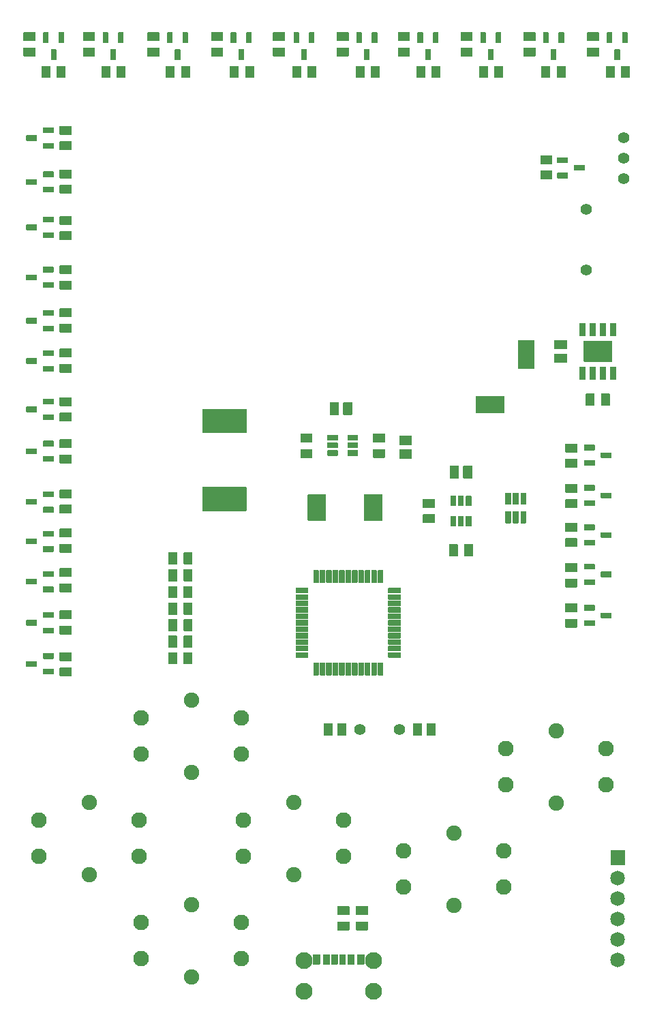
<source format=gbr>
%TF.GenerationSoftware,KiCad,Pcbnew,(5.1.10)-1*%
%TF.CreationDate,2021-07-01T23:21:13+02:00*%
%TF.ProjectId,PicBytesMicro,50696342-7974-4657-934d-6963726f2e6b,rev?*%
%TF.SameCoordinates,Original*%
%TF.FileFunction,Soldermask,Bot*%
%TF.FilePolarity,Negative*%
%FSLAX46Y46*%
G04 Gerber Fmt 4.6, Leading zero omitted, Abs format (unit mm)*
G04 Created by KiCad (PCBNEW (5.1.10)-1) date 2021-07-01 23:21:13*
%MOMM*%
%LPD*%
G01*
G04 APERTURE LIST*
%ADD10C,1.400000*%
%ADD11C,1.900000*%
%ADD12C,1.950000*%
%ADD13C,1.825000*%
%ADD14C,2.100000*%
%ADD15C,1.394000*%
G04 APERTURE END LIST*
%TO.C,U_StepUp1*%
G36*
G01*
X139653000Y-89665000D02*
X140853000Y-89665000D01*
G75*
G02*
X140903000Y-89715000I0J-50000D01*
G01*
X140903000Y-90315000D01*
G75*
G02*
X140853000Y-90365000I-50000J0D01*
G01*
X139653000Y-90365000D01*
G75*
G02*
X139603000Y-90315000I0J50000D01*
G01*
X139603000Y-89715000D01*
G75*
G02*
X139653000Y-89665000I50000J0D01*
G01*
G37*
G36*
G01*
X139653000Y-88715000D02*
X140853000Y-88715000D01*
G75*
G02*
X140903000Y-88765000I0J-50000D01*
G01*
X140903000Y-89365000D01*
G75*
G02*
X140853000Y-89415000I-50000J0D01*
G01*
X139653000Y-89415000D01*
G75*
G02*
X139603000Y-89365000I0J50000D01*
G01*
X139603000Y-88765000D01*
G75*
G02*
X139653000Y-88715000I50000J0D01*
G01*
G37*
G36*
G01*
X139653000Y-87765000D02*
X140853000Y-87765000D01*
G75*
G02*
X140903000Y-87815000I0J-50000D01*
G01*
X140903000Y-88415000D01*
G75*
G02*
X140853000Y-88465000I-50000J0D01*
G01*
X139653000Y-88465000D01*
G75*
G02*
X139603000Y-88415000I0J50000D01*
G01*
X139603000Y-87815000D01*
G75*
G02*
X139653000Y-87765000I50000J0D01*
G01*
G37*
G36*
G01*
X137153000Y-87765000D02*
X138353000Y-87765000D01*
G75*
G02*
X138403000Y-87815000I0J-50000D01*
G01*
X138403000Y-88415000D01*
G75*
G02*
X138353000Y-88465000I-50000J0D01*
G01*
X137153000Y-88465000D01*
G75*
G02*
X137103000Y-88415000I0J50000D01*
G01*
X137103000Y-87815000D01*
G75*
G02*
X137153000Y-87765000I50000J0D01*
G01*
G37*
G36*
G01*
X137153000Y-88715000D02*
X138353000Y-88715000D01*
G75*
G02*
X138403000Y-88765000I0J-50000D01*
G01*
X138403000Y-89365000D01*
G75*
G02*
X138353000Y-89415000I-50000J0D01*
G01*
X137153000Y-89415000D01*
G75*
G02*
X137103000Y-89365000I0J50000D01*
G01*
X137103000Y-88765000D01*
G75*
G02*
X137153000Y-88715000I50000J0D01*
G01*
G37*
G36*
G01*
X137153000Y-89665000D02*
X138353000Y-89665000D01*
G75*
G02*
X138403000Y-89715000I0J-50000D01*
G01*
X138403000Y-90315000D01*
G75*
G02*
X138353000Y-90365000I-50000J0D01*
G01*
X137153000Y-90365000D01*
G75*
G02*
X137103000Y-90315000I0J50000D01*
G01*
X137103000Y-89715000D01*
G75*
G02*
X137153000Y-89665000I50000J0D01*
G01*
G37*
%TD*%
D10*
%TO.C,SW_Toggle1*%
X173900000Y-50900000D03*
X173900000Y-53400000D03*
X173900000Y-55900000D03*
%TD*%
D11*
%TO.C,S_up1*%
X120200000Y-129690000D03*
X120200000Y-120690000D03*
D12*
X113950000Y-122940000D03*
X126450000Y-122940000D03*
X113950000Y-127440000D03*
X126450000Y-127440000D03*
%TD*%
D11*
%TO.C,S_right1*%
X132900000Y-142390000D03*
X132900000Y-133390000D03*
D12*
X126650000Y-135640000D03*
X139150000Y-135640000D03*
X126650000Y-140140000D03*
X139150000Y-140140000D03*
%TD*%
D11*
%TO.C,S_left1*%
X107500000Y-142390000D03*
X107500000Y-133390000D03*
D12*
X101250000Y-135640000D03*
X113750000Y-135640000D03*
X101250000Y-140140000D03*
X113750000Y-140140000D03*
%TD*%
D11*
%TO.C,S_down1*%
X120200000Y-155090000D03*
X120200000Y-146090000D03*
D12*
X113950000Y-148340000D03*
X126450000Y-148340000D03*
X113950000Y-152840000D03*
X126450000Y-152840000D03*
%TD*%
D11*
%TO.C,S_B1*%
X165500000Y-133500000D03*
X165500000Y-124500000D03*
D12*
X159250000Y-126750000D03*
X171750000Y-126750000D03*
X159250000Y-131250000D03*
X171750000Y-131250000D03*
%TD*%
D11*
%TO.C,S_A1*%
X152800000Y-146200000D03*
X152800000Y-137200000D03*
D12*
X146550000Y-139450000D03*
X159050000Y-139450000D03*
X146550000Y-143950000D03*
X159050000Y-143950000D03*
%TD*%
%TO.C,R_7.5k_1*%
G36*
G01*
X144207000Y-88715000D02*
X142807000Y-88715000D01*
G75*
G02*
X142757000Y-88665000I0J50000D01*
G01*
X142757000Y-87665000D01*
G75*
G02*
X142807000Y-87615000I50000J0D01*
G01*
X144207000Y-87615000D01*
G75*
G02*
X144257000Y-87665000I0J-50000D01*
G01*
X144257000Y-88665000D01*
G75*
G02*
X144207000Y-88715000I-50000J0D01*
G01*
G37*
G36*
G01*
X144207000Y-90615000D02*
X142807000Y-90615000D01*
G75*
G02*
X142757000Y-90565000I0J50000D01*
G01*
X142757000Y-89565000D01*
G75*
G02*
X142807000Y-89515000I50000J0D01*
G01*
X144207000Y-89515000D01*
G75*
G02*
X144257000Y-89565000I0J-50000D01*
G01*
X144257000Y-90565000D01*
G75*
G02*
X144207000Y-90615000I-50000J0D01*
G01*
G37*
%TD*%
%TO.C,R_5.1k_1*%
G36*
G01*
X138405000Y-148200000D02*
X139805000Y-148200000D01*
G75*
G02*
X139855000Y-148250000I0J-50000D01*
G01*
X139855000Y-149250000D01*
G75*
G02*
X139805000Y-149300000I-50000J0D01*
G01*
X138405000Y-149300000D01*
G75*
G02*
X138355000Y-149250000I0J50000D01*
G01*
X138355000Y-148250000D01*
G75*
G02*
X138405000Y-148200000I50000J0D01*
G01*
G37*
G36*
G01*
X138405000Y-146300000D02*
X139805000Y-146300000D01*
G75*
G02*
X139855000Y-146350000I0J-50000D01*
G01*
X139855000Y-147350000D01*
G75*
G02*
X139805000Y-147400000I-50000J0D01*
G01*
X138405000Y-147400000D01*
G75*
G02*
X138355000Y-147350000I0J50000D01*
G01*
X138355000Y-146350000D01*
G75*
G02*
X138405000Y-146300000I50000J0D01*
G01*
G37*
%TD*%
%TO.C,R_5.1_1*%
G36*
G01*
X140700000Y-148200000D02*
X142100000Y-148200000D01*
G75*
G02*
X142150000Y-148250000I0J-50000D01*
G01*
X142150000Y-149250000D01*
G75*
G02*
X142100000Y-149300000I-50000J0D01*
G01*
X140700000Y-149300000D01*
G75*
G02*
X140650000Y-149250000I0J50000D01*
G01*
X140650000Y-148250000D01*
G75*
G02*
X140700000Y-148200000I50000J0D01*
G01*
G37*
G36*
G01*
X140700000Y-146300000D02*
X142100000Y-146300000D01*
G75*
G02*
X142150000Y-146350000I0J-50000D01*
G01*
X142150000Y-147350000D01*
G75*
G02*
X142100000Y-147400000I-50000J0D01*
G01*
X140700000Y-147400000D01*
G75*
G02*
X140650000Y-147350000I0J50000D01*
G01*
X140650000Y-146350000D01*
G75*
G02*
X140700000Y-146300000I50000J0D01*
G01*
G37*
%TD*%
%TO.C,R_2k_2*%
G36*
G01*
X154100000Y-102800000D02*
X154100000Y-101400000D01*
G75*
G02*
X154150000Y-101350000I50000J0D01*
G01*
X155150000Y-101350000D01*
G75*
G02*
X155200000Y-101400000I0J-50000D01*
G01*
X155200000Y-102800000D01*
G75*
G02*
X155150000Y-102850000I-50000J0D01*
G01*
X154150000Y-102850000D01*
G75*
G02*
X154100000Y-102800000I0J50000D01*
G01*
G37*
G36*
G01*
X152200000Y-102800000D02*
X152200000Y-101400000D01*
G75*
G02*
X152250000Y-101350000I50000J0D01*
G01*
X153250000Y-101350000D01*
G75*
G02*
X153300000Y-101400000I0J-50000D01*
G01*
X153300000Y-102800000D01*
G75*
G02*
X153250000Y-102850000I-50000J0D01*
G01*
X152250000Y-102850000D01*
G75*
G02*
X152200000Y-102800000I0J50000D01*
G01*
G37*
%TD*%
%TO.C,R_2k_1*%
G36*
G01*
X171100000Y-84100000D02*
X171100000Y-82700000D01*
G75*
G02*
X171150000Y-82650000I50000J0D01*
G01*
X172150000Y-82650000D01*
G75*
G02*
X172200000Y-82700000I0J-50000D01*
G01*
X172200000Y-84100000D01*
G75*
G02*
X172150000Y-84150000I-50000J0D01*
G01*
X171150000Y-84150000D01*
G75*
G02*
X171100000Y-84100000I0J50000D01*
G01*
G37*
G36*
G01*
X169200000Y-84100000D02*
X169200000Y-82700000D01*
G75*
G02*
X169250000Y-82650000I50000J0D01*
G01*
X170250000Y-82650000D01*
G75*
G02*
X170300000Y-82700000I0J-50000D01*
G01*
X170300000Y-84100000D01*
G75*
G02*
X170250000Y-84150000I-50000J0D01*
G01*
X169250000Y-84150000D01*
G75*
G02*
X169200000Y-84100000I0J50000D01*
G01*
G37*
%TD*%
%TO.C,R_1k_3*%
G36*
G01*
X133800000Y-89515000D02*
X135200000Y-89515000D01*
G75*
G02*
X135250000Y-89565000I0J-50000D01*
G01*
X135250000Y-90565000D01*
G75*
G02*
X135200000Y-90615000I-50000J0D01*
G01*
X133800000Y-90615000D01*
G75*
G02*
X133750000Y-90565000I0J50000D01*
G01*
X133750000Y-89565000D01*
G75*
G02*
X133800000Y-89515000I50000J0D01*
G01*
G37*
G36*
G01*
X133800000Y-87615000D02*
X135200000Y-87615000D01*
G75*
G02*
X135250000Y-87665000I0J-50000D01*
G01*
X135250000Y-88665000D01*
G75*
G02*
X135200000Y-88715000I-50000J0D01*
G01*
X133800000Y-88715000D01*
G75*
G02*
X133750000Y-88665000I0J50000D01*
G01*
X133750000Y-87665000D01*
G75*
G02*
X133800000Y-87615000I50000J0D01*
G01*
G37*
%TD*%
%TO.C,R_10K_6*%
G36*
G01*
X118450000Y-104500000D02*
X118450000Y-105900000D01*
G75*
G02*
X118400000Y-105950000I-50000J0D01*
G01*
X117400000Y-105950000D01*
G75*
G02*
X117350000Y-105900000I0J50000D01*
G01*
X117350000Y-104500000D01*
G75*
G02*
X117400000Y-104450000I50000J0D01*
G01*
X118400000Y-104450000D01*
G75*
G02*
X118450000Y-104500000I0J-50000D01*
G01*
G37*
G36*
G01*
X120350000Y-104500000D02*
X120350000Y-105900000D01*
G75*
G02*
X120300000Y-105950000I-50000J0D01*
G01*
X119300000Y-105950000D01*
G75*
G02*
X119250000Y-105900000I0J50000D01*
G01*
X119250000Y-104500000D01*
G75*
G02*
X119300000Y-104450000I50000J0D01*
G01*
X120300000Y-104450000D01*
G75*
G02*
X120350000Y-104500000I0J-50000D01*
G01*
G37*
%TD*%
%TO.C,R_10K_5*%
G36*
G01*
X118450000Y-102400000D02*
X118450000Y-103800000D01*
G75*
G02*
X118400000Y-103850000I-50000J0D01*
G01*
X117400000Y-103850000D01*
G75*
G02*
X117350000Y-103800000I0J50000D01*
G01*
X117350000Y-102400000D01*
G75*
G02*
X117400000Y-102350000I50000J0D01*
G01*
X118400000Y-102350000D01*
G75*
G02*
X118450000Y-102400000I0J-50000D01*
G01*
G37*
G36*
G01*
X120350000Y-102400000D02*
X120350000Y-103800000D01*
G75*
G02*
X120300000Y-103850000I-50000J0D01*
G01*
X119300000Y-103850000D01*
G75*
G02*
X119250000Y-103800000I0J50000D01*
G01*
X119250000Y-102400000D01*
G75*
G02*
X119300000Y-102350000I50000J0D01*
G01*
X120300000Y-102350000D01*
G75*
G02*
X120350000Y-102400000I0J-50000D01*
G01*
G37*
%TD*%
%TO.C,R_10K_4*%
G36*
G01*
X118450000Y-106600000D02*
X118450000Y-108000000D01*
G75*
G02*
X118400000Y-108050000I-50000J0D01*
G01*
X117400000Y-108050000D01*
G75*
G02*
X117350000Y-108000000I0J50000D01*
G01*
X117350000Y-106600000D01*
G75*
G02*
X117400000Y-106550000I50000J0D01*
G01*
X118400000Y-106550000D01*
G75*
G02*
X118450000Y-106600000I0J-50000D01*
G01*
G37*
G36*
G01*
X120350000Y-106600000D02*
X120350000Y-108000000D01*
G75*
G02*
X120300000Y-108050000I-50000J0D01*
G01*
X119300000Y-108050000D01*
G75*
G02*
X119250000Y-108000000I0J50000D01*
G01*
X119250000Y-106600000D01*
G75*
G02*
X119300000Y-106550000I50000J0D01*
G01*
X120300000Y-106550000D01*
G75*
G02*
X120350000Y-106600000I0J-50000D01*
G01*
G37*
%TD*%
%TO.C,R_10K_3*%
G36*
G01*
X119250000Y-114150000D02*
X119250000Y-112750000D01*
G75*
G02*
X119300000Y-112700000I50000J0D01*
G01*
X120300000Y-112700000D01*
G75*
G02*
X120350000Y-112750000I0J-50000D01*
G01*
X120350000Y-114150000D01*
G75*
G02*
X120300000Y-114200000I-50000J0D01*
G01*
X119300000Y-114200000D01*
G75*
G02*
X119250000Y-114150000I0J50000D01*
G01*
G37*
G36*
G01*
X117350000Y-114150000D02*
X117350000Y-112750000D01*
G75*
G02*
X117400000Y-112700000I50000J0D01*
G01*
X118400000Y-112700000D01*
G75*
G02*
X118450000Y-112750000I0J-50000D01*
G01*
X118450000Y-114150000D01*
G75*
G02*
X118400000Y-114200000I-50000J0D01*
G01*
X117400000Y-114200000D01*
G75*
G02*
X117350000Y-114150000I0J50000D01*
G01*
G37*
%TD*%
%TO.C,R_10K_2*%
G36*
G01*
X118450000Y-110700000D02*
X118450000Y-112100000D01*
G75*
G02*
X118400000Y-112150000I-50000J0D01*
G01*
X117400000Y-112150000D01*
G75*
G02*
X117350000Y-112100000I0J50000D01*
G01*
X117350000Y-110700000D01*
G75*
G02*
X117400000Y-110650000I50000J0D01*
G01*
X118400000Y-110650000D01*
G75*
G02*
X118450000Y-110700000I0J-50000D01*
G01*
G37*
G36*
G01*
X120350000Y-110700000D02*
X120350000Y-112100000D01*
G75*
G02*
X120300000Y-112150000I-50000J0D01*
G01*
X119300000Y-112150000D01*
G75*
G02*
X119250000Y-112100000I0J50000D01*
G01*
X119250000Y-110700000D01*
G75*
G02*
X119300000Y-110650000I50000J0D01*
G01*
X120300000Y-110650000D01*
G75*
G02*
X120350000Y-110700000I0J-50000D01*
G01*
G37*
%TD*%
%TO.C,R_10K_1*%
G36*
G01*
X118450000Y-108650000D02*
X118450000Y-110050000D01*
G75*
G02*
X118400000Y-110100000I-50000J0D01*
G01*
X117400000Y-110100000D01*
G75*
G02*
X117350000Y-110050000I0J50000D01*
G01*
X117350000Y-108650000D01*
G75*
G02*
X117400000Y-108600000I50000J0D01*
G01*
X118400000Y-108600000D01*
G75*
G02*
X118450000Y-108650000I0J-50000D01*
G01*
G37*
G36*
G01*
X120350000Y-108650000D02*
X120350000Y-110050000D01*
G75*
G02*
X120300000Y-110100000I-50000J0D01*
G01*
X119300000Y-110100000D01*
G75*
G02*
X119250000Y-110050000I0J50000D01*
G01*
X119250000Y-108650000D01*
G75*
G02*
X119300000Y-108600000I50000J0D01*
G01*
X120300000Y-108600000D01*
G75*
G02*
X120350000Y-108650000I0J-50000D01*
G01*
G37*
%TD*%
%TO.C,R_10k_1*%
G36*
G01*
X119250000Y-116200000D02*
X119250000Y-114800000D01*
G75*
G02*
X119300000Y-114750000I50000J0D01*
G01*
X120300000Y-114750000D01*
G75*
G02*
X120350000Y-114800000I0J-50000D01*
G01*
X120350000Y-116200000D01*
G75*
G02*
X120300000Y-116250000I-50000J0D01*
G01*
X119300000Y-116250000D01*
G75*
G02*
X119250000Y-116200000I0J50000D01*
G01*
G37*
G36*
G01*
X117350000Y-116200000D02*
X117350000Y-114800000D01*
G75*
G02*
X117400000Y-114750000I50000J0D01*
G01*
X118400000Y-114750000D01*
G75*
G02*
X118450000Y-114800000I0J-50000D01*
G01*
X118450000Y-116200000D01*
G75*
G02*
X118400000Y-116250000I-50000J0D01*
G01*
X117400000Y-116250000D01*
G75*
G02*
X117350000Y-116200000I0J50000D01*
G01*
G37*
%TD*%
%TO.C,R_100_1*%
G36*
G01*
X149000000Y-97620000D02*
X150400000Y-97620000D01*
G75*
G02*
X150450000Y-97670000I0J-50000D01*
G01*
X150450000Y-98670000D01*
G75*
G02*
X150400000Y-98720000I-50000J0D01*
G01*
X149000000Y-98720000D01*
G75*
G02*
X148950000Y-98670000I0J50000D01*
G01*
X148950000Y-97670000D01*
G75*
G02*
X149000000Y-97620000I50000J0D01*
G01*
G37*
G36*
G01*
X149000000Y-95720000D02*
X150400000Y-95720000D01*
G75*
G02*
X150450000Y-95770000I0J-50000D01*
G01*
X150450000Y-96770000D01*
G75*
G02*
X150400000Y-96820000I-50000J0D01*
G01*
X149000000Y-96820000D01*
G75*
G02*
X148950000Y-96770000I0J50000D01*
G01*
X148950000Y-95770000D01*
G75*
G02*
X149000000Y-95720000I50000J0D01*
G01*
G37*
%TD*%
%TO.C,R4K7_29*%
G36*
G01*
X163600000Y-54950000D02*
X165000000Y-54950000D01*
G75*
G02*
X165050000Y-55000000I0J-50000D01*
G01*
X165050000Y-56000000D01*
G75*
G02*
X165000000Y-56050000I-50000J0D01*
G01*
X163600000Y-56050000D01*
G75*
G02*
X163550000Y-56000000I0J50000D01*
G01*
X163550000Y-55000000D01*
G75*
G02*
X163600000Y-54950000I50000J0D01*
G01*
G37*
G36*
G01*
X163600000Y-53050000D02*
X165000000Y-53050000D01*
G75*
G02*
X165050000Y-53100000I0J-50000D01*
G01*
X165050000Y-54100000D01*
G75*
G02*
X165000000Y-54150000I-50000J0D01*
G01*
X163600000Y-54150000D01*
G75*
G02*
X163550000Y-54100000I0J50000D01*
G01*
X163550000Y-53100000D01*
G75*
G02*
X163600000Y-53050000I50000J0D01*
G01*
G37*
%TD*%
%TO.C,R4K7_28*%
G36*
G01*
X166700000Y-95750000D02*
X168100000Y-95750000D01*
G75*
G02*
X168150000Y-95800000I0J-50000D01*
G01*
X168150000Y-96800000D01*
G75*
G02*
X168100000Y-96850000I-50000J0D01*
G01*
X166700000Y-96850000D01*
G75*
G02*
X166650000Y-96800000I0J50000D01*
G01*
X166650000Y-95800000D01*
G75*
G02*
X166700000Y-95750000I50000J0D01*
G01*
G37*
G36*
G01*
X166700000Y-93850000D02*
X168100000Y-93850000D01*
G75*
G02*
X168150000Y-93900000I0J-50000D01*
G01*
X168150000Y-94900000D01*
G75*
G02*
X168100000Y-94950000I-50000J0D01*
G01*
X166700000Y-94950000D01*
G75*
G02*
X166650000Y-94900000I0J50000D01*
G01*
X166650000Y-93900000D01*
G75*
G02*
X166700000Y-93850000I50000J0D01*
G01*
G37*
%TD*%
%TO.C,R4K7_27*%
G36*
G01*
X105300000Y-89400000D02*
X103900000Y-89400000D01*
G75*
G02*
X103850000Y-89350000I0J50000D01*
G01*
X103850000Y-88350000D01*
G75*
G02*
X103900000Y-88300000I50000J0D01*
G01*
X105300000Y-88300000D01*
G75*
G02*
X105350000Y-88350000I0J-50000D01*
G01*
X105350000Y-89350000D01*
G75*
G02*
X105300000Y-89400000I-50000J0D01*
G01*
G37*
G36*
G01*
X105300000Y-91300000D02*
X103900000Y-91300000D01*
G75*
G02*
X103850000Y-91250000I0J50000D01*
G01*
X103850000Y-90250000D01*
G75*
G02*
X103900000Y-90200000I50000J0D01*
G01*
X105300000Y-90200000D01*
G75*
G02*
X105350000Y-90250000I0J-50000D01*
G01*
X105350000Y-91250000D01*
G75*
G02*
X105300000Y-91300000I-50000J0D01*
G01*
G37*
%TD*%
%TO.C,R4K7_26*%
G36*
G01*
X100800000Y-38875000D02*
X99400000Y-38875000D01*
G75*
G02*
X99350000Y-38825000I0J50000D01*
G01*
X99350000Y-37825000D01*
G75*
G02*
X99400000Y-37775000I50000J0D01*
G01*
X100800000Y-37775000D01*
G75*
G02*
X100850000Y-37825000I0J-50000D01*
G01*
X100850000Y-38825000D01*
G75*
G02*
X100800000Y-38875000I-50000J0D01*
G01*
G37*
G36*
G01*
X100800000Y-40775000D02*
X99400000Y-40775000D01*
G75*
G02*
X99350000Y-40725000I0J50000D01*
G01*
X99350000Y-39725000D01*
G75*
G02*
X99400000Y-39675000I50000J0D01*
G01*
X100800000Y-39675000D01*
G75*
G02*
X100850000Y-39725000I0J-50000D01*
G01*
X100850000Y-40725000D01*
G75*
G02*
X100800000Y-40775000I-50000J0D01*
G01*
G37*
%TD*%
%TO.C,R4K7_25*%
G36*
G01*
X139700000Y-38875000D02*
X138300000Y-38875000D01*
G75*
G02*
X138250000Y-38825000I0J50000D01*
G01*
X138250000Y-37825000D01*
G75*
G02*
X138300000Y-37775000I50000J0D01*
G01*
X139700000Y-37775000D01*
G75*
G02*
X139750000Y-37825000I0J-50000D01*
G01*
X139750000Y-38825000D01*
G75*
G02*
X139700000Y-38875000I-50000J0D01*
G01*
G37*
G36*
G01*
X139700000Y-40775000D02*
X138300000Y-40775000D01*
G75*
G02*
X138250000Y-40725000I0J50000D01*
G01*
X138250000Y-39725000D01*
G75*
G02*
X138300000Y-39675000I50000J0D01*
G01*
X139700000Y-39675000D01*
G75*
G02*
X139750000Y-39725000I0J-50000D01*
G01*
X139750000Y-40725000D01*
G75*
G02*
X139700000Y-40775000I-50000J0D01*
G01*
G37*
%TD*%
%TO.C,R4K7_24*%
G36*
G01*
X166700000Y-100600000D02*
X168100000Y-100600000D01*
G75*
G02*
X168150000Y-100650000I0J-50000D01*
G01*
X168150000Y-101650000D01*
G75*
G02*
X168100000Y-101700000I-50000J0D01*
G01*
X166700000Y-101700000D01*
G75*
G02*
X166650000Y-101650000I0J50000D01*
G01*
X166650000Y-100650000D01*
G75*
G02*
X166700000Y-100600000I50000J0D01*
G01*
G37*
G36*
G01*
X166700000Y-98700000D02*
X168100000Y-98700000D01*
G75*
G02*
X168150000Y-98750000I0J-50000D01*
G01*
X168150000Y-99750000D01*
G75*
G02*
X168100000Y-99800000I-50000J0D01*
G01*
X166700000Y-99800000D01*
G75*
G02*
X166650000Y-99750000I0J50000D01*
G01*
X166650000Y-98750000D01*
G75*
G02*
X166700000Y-98700000I50000J0D01*
G01*
G37*
%TD*%
%TO.C,R4K7_23*%
G36*
G01*
X105300000Y-84200000D02*
X103900000Y-84200000D01*
G75*
G02*
X103850000Y-84150000I0J50000D01*
G01*
X103850000Y-83150000D01*
G75*
G02*
X103900000Y-83100000I50000J0D01*
G01*
X105300000Y-83100000D01*
G75*
G02*
X105350000Y-83150000I0J-50000D01*
G01*
X105350000Y-84150000D01*
G75*
G02*
X105300000Y-84200000I-50000J0D01*
G01*
G37*
G36*
G01*
X105300000Y-86100000D02*
X103900000Y-86100000D01*
G75*
G02*
X103850000Y-86050000I0J50000D01*
G01*
X103850000Y-85050000D01*
G75*
G02*
X103900000Y-85000000I50000J0D01*
G01*
X105300000Y-85000000D01*
G75*
G02*
X105350000Y-85050000I0J-50000D01*
G01*
X105350000Y-86050000D01*
G75*
G02*
X105300000Y-86100000I-50000J0D01*
G01*
G37*
%TD*%
%TO.C,R4K7_22*%
G36*
G01*
X170800000Y-38875000D02*
X169400000Y-38875000D01*
G75*
G02*
X169350000Y-38825000I0J50000D01*
G01*
X169350000Y-37825000D01*
G75*
G02*
X169400000Y-37775000I50000J0D01*
G01*
X170800000Y-37775000D01*
G75*
G02*
X170850000Y-37825000I0J-50000D01*
G01*
X170850000Y-38825000D01*
G75*
G02*
X170800000Y-38875000I-50000J0D01*
G01*
G37*
G36*
G01*
X170800000Y-40775000D02*
X169400000Y-40775000D01*
G75*
G02*
X169350000Y-40725000I0J50000D01*
G01*
X169350000Y-39725000D01*
G75*
G02*
X169400000Y-39675000I50000J0D01*
G01*
X170800000Y-39675000D01*
G75*
G02*
X170850000Y-39725000I0J-50000D01*
G01*
X170850000Y-40725000D01*
G75*
G02*
X170800000Y-40775000I-50000J0D01*
G01*
G37*
%TD*%
%TO.C,R4K7_21*%
G36*
G01*
X131800000Y-38875000D02*
X130400000Y-38875000D01*
G75*
G02*
X130350000Y-38825000I0J50000D01*
G01*
X130350000Y-37825000D01*
G75*
G02*
X130400000Y-37775000I50000J0D01*
G01*
X131800000Y-37775000D01*
G75*
G02*
X131850000Y-37825000I0J-50000D01*
G01*
X131850000Y-38825000D01*
G75*
G02*
X131800000Y-38875000I-50000J0D01*
G01*
G37*
G36*
G01*
X131800000Y-40775000D02*
X130400000Y-40775000D01*
G75*
G02*
X130350000Y-40725000I0J50000D01*
G01*
X130350000Y-39725000D01*
G75*
G02*
X130400000Y-39675000I50000J0D01*
G01*
X131800000Y-39675000D01*
G75*
G02*
X131850000Y-39725000I0J-50000D01*
G01*
X131850000Y-40725000D01*
G75*
G02*
X131800000Y-40775000I-50000J0D01*
G01*
G37*
%TD*%
%TO.C,R4K7_20*%
G36*
G01*
X166700000Y-105600000D02*
X168100000Y-105600000D01*
G75*
G02*
X168150000Y-105650000I0J-50000D01*
G01*
X168150000Y-106650000D01*
G75*
G02*
X168100000Y-106700000I-50000J0D01*
G01*
X166700000Y-106700000D01*
G75*
G02*
X166650000Y-106650000I0J50000D01*
G01*
X166650000Y-105650000D01*
G75*
G02*
X166700000Y-105600000I50000J0D01*
G01*
G37*
G36*
G01*
X166700000Y-103700000D02*
X168100000Y-103700000D01*
G75*
G02*
X168150000Y-103750000I0J-50000D01*
G01*
X168150000Y-104750000D01*
G75*
G02*
X168100000Y-104800000I-50000J0D01*
G01*
X166700000Y-104800000D01*
G75*
G02*
X166650000Y-104750000I0J50000D01*
G01*
X166650000Y-103750000D01*
G75*
G02*
X166700000Y-103700000I50000J0D01*
G01*
G37*
%TD*%
%TO.C,R4K7_19*%
G36*
G01*
X105300000Y-78150000D02*
X103900000Y-78150000D01*
G75*
G02*
X103850000Y-78100000I0J50000D01*
G01*
X103850000Y-77100000D01*
G75*
G02*
X103900000Y-77050000I50000J0D01*
G01*
X105300000Y-77050000D01*
G75*
G02*
X105350000Y-77100000I0J-50000D01*
G01*
X105350000Y-78100000D01*
G75*
G02*
X105300000Y-78150000I-50000J0D01*
G01*
G37*
G36*
G01*
X105300000Y-80050000D02*
X103900000Y-80050000D01*
G75*
G02*
X103850000Y-80000000I0J50000D01*
G01*
X103850000Y-79000000D01*
G75*
G02*
X103900000Y-78950000I50000J0D01*
G01*
X105300000Y-78950000D01*
G75*
G02*
X105350000Y-79000000I0J-50000D01*
G01*
X105350000Y-80000000D01*
G75*
G02*
X105300000Y-80050000I-50000J0D01*
G01*
G37*
%TD*%
%TO.C,R4K7_18*%
G36*
G01*
X105300000Y-115850000D02*
X103900000Y-115850000D01*
G75*
G02*
X103850000Y-115800000I0J50000D01*
G01*
X103850000Y-114800000D01*
G75*
G02*
X103900000Y-114750000I50000J0D01*
G01*
X105300000Y-114750000D01*
G75*
G02*
X105350000Y-114800000I0J-50000D01*
G01*
X105350000Y-115800000D01*
G75*
G02*
X105300000Y-115850000I-50000J0D01*
G01*
G37*
G36*
G01*
X105300000Y-117750000D02*
X103900000Y-117750000D01*
G75*
G02*
X103850000Y-117700000I0J50000D01*
G01*
X103850000Y-116700000D01*
G75*
G02*
X103900000Y-116650000I50000J0D01*
G01*
X105300000Y-116650000D01*
G75*
G02*
X105350000Y-116700000I0J-50000D01*
G01*
X105350000Y-117700000D01*
G75*
G02*
X105300000Y-117750000I-50000J0D01*
G01*
G37*
%TD*%
%TO.C,R4K7_17*%
G36*
G01*
X105300000Y-67800000D02*
X103900000Y-67800000D01*
G75*
G02*
X103850000Y-67750000I0J50000D01*
G01*
X103850000Y-66750000D01*
G75*
G02*
X103900000Y-66700000I50000J0D01*
G01*
X105300000Y-66700000D01*
G75*
G02*
X105350000Y-66750000I0J-50000D01*
G01*
X105350000Y-67750000D01*
G75*
G02*
X105300000Y-67800000I-50000J0D01*
G01*
G37*
G36*
G01*
X105300000Y-69700000D02*
X103900000Y-69700000D01*
G75*
G02*
X103850000Y-69650000I0J50000D01*
G01*
X103850000Y-68650000D01*
G75*
G02*
X103900000Y-68600000I50000J0D01*
G01*
X105300000Y-68600000D01*
G75*
G02*
X105350000Y-68650000I0J-50000D01*
G01*
X105350000Y-69650000D01*
G75*
G02*
X105300000Y-69700000I-50000J0D01*
G01*
G37*
%TD*%
%TO.C,R4K7_16*%
G36*
G01*
X162900000Y-38875000D02*
X161500000Y-38875000D01*
G75*
G02*
X161450000Y-38825000I0J50000D01*
G01*
X161450000Y-37825000D01*
G75*
G02*
X161500000Y-37775000I50000J0D01*
G01*
X162900000Y-37775000D01*
G75*
G02*
X162950000Y-37825000I0J-50000D01*
G01*
X162950000Y-38825000D01*
G75*
G02*
X162900000Y-38875000I-50000J0D01*
G01*
G37*
G36*
G01*
X162900000Y-40775000D02*
X161500000Y-40775000D01*
G75*
G02*
X161450000Y-40725000I0J50000D01*
G01*
X161450000Y-39725000D01*
G75*
G02*
X161500000Y-39675000I50000J0D01*
G01*
X162900000Y-39675000D01*
G75*
G02*
X162950000Y-39725000I0J-50000D01*
G01*
X162950000Y-40725000D01*
G75*
G02*
X162900000Y-40775000I-50000J0D01*
G01*
G37*
%TD*%
%TO.C,R4K7_15*%
G36*
G01*
X124100000Y-38875000D02*
X122700000Y-38875000D01*
G75*
G02*
X122650000Y-38825000I0J50000D01*
G01*
X122650000Y-37825000D01*
G75*
G02*
X122700000Y-37775000I50000J0D01*
G01*
X124100000Y-37775000D01*
G75*
G02*
X124150000Y-37825000I0J-50000D01*
G01*
X124150000Y-38825000D01*
G75*
G02*
X124100000Y-38875000I-50000J0D01*
G01*
G37*
G36*
G01*
X124100000Y-40775000D02*
X122700000Y-40775000D01*
G75*
G02*
X122650000Y-40725000I0J50000D01*
G01*
X122650000Y-39725000D01*
G75*
G02*
X122700000Y-39675000I50000J0D01*
G01*
X124100000Y-39675000D01*
G75*
G02*
X124150000Y-39725000I0J-50000D01*
G01*
X124150000Y-40725000D01*
G75*
G02*
X124100000Y-40775000I-50000J0D01*
G01*
G37*
%TD*%
%TO.C,R4K7_14*%
G36*
G01*
X166700000Y-90750000D02*
X168100000Y-90750000D01*
G75*
G02*
X168150000Y-90800000I0J-50000D01*
G01*
X168150000Y-91800000D01*
G75*
G02*
X168100000Y-91850000I-50000J0D01*
G01*
X166700000Y-91850000D01*
G75*
G02*
X166650000Y-91800000I0J50000D01*
G01*
X166650000Y-90800000D01*
G75*
G02*
X166700000Y-90750000I50000J0D01*
G01*
G37*
G36*
G01*
X166700000Y-88850000D02*
X168100000Y-88850000D01*
G75*
G02*
X168150000Y-88900000I0J-50000D01*
G01*
X168150000Y-89900000D01*
G75*
G02*
X168100000Y-89950000I-50000J0D01*
G01*
X166700000Y-89950000D01*
G75*
G02*
X166650000Y-89900000I0J50000D01*
G01*
X166650000Y-88900000D01*
G75*
G02*
X166700000Y-88850000I50000J0D01*
G01*
G37*
%TD*%
%TO.C,R4K7_13*%
G36*
G01*
X105300000Y-95650000D02*
X103900000Y-95650000D01*
G75*
G02*
X103850000Y-95600000I0J50000D01*
G01*
X103850000Y-94600000D01*
G75*
G02*
X103900000Y-94550000I50000J0D01*
G01*
X105300000Y-94550000D01*
G75*
G02*
X105350000Y-94600000I0J-50000D01*
G01*
X105350000Y-95600000D01*
G75*
G02*
X105300000Y-95650000I-50000J0D01*
G01*
G37*
G36*
G01*
X105300000Y-97550000D02*
X103900000Y-97550000D01*
G75*
G02*
X103850000Y-97500000I0J50000D01*
G01*
X103850000Y-96500000D01*
G75*
G02*
X103900000Y-96450000I50000J0D01*
G01*
X105300000Y-96450000D01*
G75*
G02*
X105350000Y-96500000I0J-50000D01*
G01*
X105350000Y-97500000D01*
G75*
G02*
X105300000Y-97550000I-50000J0D01*
G01*
G37*
%TD*%
%TO.C,R4K7_12*%
G36*
G01*
X166700000Y-110600000D02*
X168100000Y-110600000D01*
G75*
G02*
X168150000Y-110650000I0J-50000D01*
G01*
X168150000Y-111650000D01*
G75*
G02*
X168100000Y-111700000I-50000J0D01*
G01*
X166700000Y-111700000D01*
G75*
G02*
X166650000Y-111650000I0J50000D01*
G01*
X166650000Y-110650000D01*
G75*
G02*
X166700000Y-110600000I50000J0D01*
G01*
G37*
G36*
G01*
X166700000Y-108700000D02*
X168100000Y-108700000D01*
G75*
G02*
X168150000Y-108750000I0J-50000D01*
G01*
X168150000Y-109750000D01*
G75*
G02*
X168100000Y-109800000I-50000J0D01*
G01*
X166700000Y-109800000D01*
G75*
G02*
X166650000Y-109750000I0J50000D01*
G01*
X166650000Y-108750000D01*
G75*
G02*
X166700000Y-108700000I50000J0D01*
G01*
G37*
%TD*%
%TO.C,R4K7_11*%
G36*
G01*
X105300000Y-73150000D02*
X103900000Y-73150000D01*
G75*
G02*
X103850000Y-73100000I0J50000D01*
G01*
X103850000Y-72100000D01*
G75*
G02*
X103900000Y-72050000I50000J0D01*
G01*
X105300000Y-72050000D01*
G75*
G02*
X105350000Y-72100000I0J-50000D01*
G01*
X105350000Y-73100000D01*
G75*
G02*
X105300000Y-73150000I-50000J0D01*
G01*
G37*
G36*
G01*
X105300000Y-75050000D02*
X103900000Y-75050000D01*
G75*
G02*
X103850000Y-75000000I0J50000D01*
G01*
X103850000Y-74000000D01*
G75*
G02*
X103900000Y-73950000I50000J0D01*
G01*
X105300000Y-73950000D01*
G75*
G02*
X105350000Y-74000000I0J-50000D01*
G01*
X105350000Y-75000000D01*
G75*
G02*
X105300000Y-75050000I-50000J0D01*
G01*
G37*
%TD*%
%TO.C,R4K7_10*%
G36*
G01*
X105300000Y-110650000D02*
X103900000Y-110650000D01*
G75*
G02*
X103850000Y-110600000I0J50000D01*
G01*
X103850000Y-109600000D01*
G75*
G02*
X103900000Y-109550000I50000J0D01*
G01*
X105300000Y-109550000D01*
G75*
G02*
X105350000Y-109600000I0J-50000D01*
G01*
X105350000Y-110600000D01*
G75*
G02*
X105300000Y-110650000I-50000J0D01*
G01*
G37*
G36*
G01*
X105300000Y-112550000D02*
X103900000Y-112550000D01*
G75*
G02*
X103850000Y-112500000I0J50000D01*
G01*
X103850000Y-111500000D01*
G75*
G02*
X103900000Y-111450000I50000J0D01*
G01*
X105300000Y-111450000D01*
G75*
G02*
X105350000Y-111500000I0J-50000D01*
G01*
X105350000Y-112500000D01*
G75*
G02*
X105300000Y-112550000I-50000J0D01*
G01*
G37*
%TD*%
%TO.C,R4K7_9*%
G36*
G01*
X105300000Y-61700000D02*
X103900000Y-61700000D01*
G75*
G02*
X103850000Y-61650000I0J50000D01*
G01*
X103850000Y-60650000D01*
G75*
G02*
X103900000Y-60600000I50000J0D01*
G01*
X105300000Y-60600000D01*
G75*
G02*
X105350000Y-60650000I0J-50000D01*
G01*
X105350000Y-61650000D01*
G75*
G02*
X105300000Y-61700000I-50000J0D01*
G01*
G37*
G36*
G01*
X105300000Y-63600000D02*
X103900000Y-63600000D01*
G75*
G02*
X103850000Y-63550000I0J50000D01*
G01*
X103850000Y-62550000D01*
G75*
G02*
X103900000Y-62500000I50000J0D01*
G01*
X105300000Y-62500000D01*
G75*
G02*
X105350000Y-62550000I0J-50000D01*
G01*
X105350000Y-63550000D01*
G75*
G02*
X105300000Y-63600000I-50000J0D01*
G01*
G37*
%TD*%
%TO.C,R4K7_8*%
G36*
G01*
X155100000Y-38875000D02*
X153700000Y-38875000D01*
G75*
G02*
X153650000Y-38825000I0J50000D01*
G01*
X153650000Y-37825000D01*
G75*
G02*
X153700000Y-37775000I50000J0D01*
G01*
X155100000Y-37775000D01*
G75*
G02*
X155150000Y-37825000I0J-50000D01*
G01*
X155150000Y-38825000D01*
G75*
G02*
X155100000Y-38875000I-50000J0D01*
G01*
G37*
G36*
G01*
X155100000Y-40775000D02*
X153700000Y-40775000D01*
G75*
G02*
X153650000Y-40725000I0J50000D01*
G01*
X153650000Y-39725000D01*
G75*
G02*
X153700000Y-39675000I50000J0D01*
G01*
X155100000Y-39675000D01*
G75*
G02*
X155150000Y-39725000I0J-50000D01*
G01*
X155150000Y-40725000D01*
G75*
G02*
X155100000Y-40775000I-50000J0D01*
G01*
G37*
%TD*%
%TO.C,R4K7_7*%
G36*
G01*
X116200000Y-38875000D02*
X114800000Y-38875000D01*
G75*
G02*
X114750000Y-38825000I0J50000D01*
G01*
X114750000Y-37825000D01*
G75*
G02*
X114800000Y-37775000I50000J0D01*
G01*
X116200000Y-37775000D01*
G75*
G02*
X116250000Y-37825000I0J-50000D01*
G01*
X116250000Y-38825000D01*
G75*
G02*
X116200000Y-38875000I-50000J0D01*
G01*
G37*
G36*
G01*
X116200000Y-40775000D02*
X114800000Y-40775000D01*
G75*
G02*
X114750000Y-40725000I0J50000D01*
G01*
X114750000Y-39725000D01*
G75*
G02*
X114800000Y-39675000I50000J0D01*
G01*
X116200000Y-39675000D01*
G75*
G02*
X116250000Y-39725000I0J-50000D01*
G01*
X116250000Y-40725000D01*
G75*
G02*
X116200000Y-40775000I-50000J0D01*
G01*
G37*
%TD*%
%TO.C,R4K7_6*%
G36*
G01*
X105300000Y-105400000D02*
X103900000Y-105400000D01*
G75*
G02*
X103850000Y-105350000I0J50000D01*
G01*
X103850000Y-104350000D01*
G75*
G02*
X103900000Y-104300000I50000J0D01*
G01*
X105300000Y-104300000D01*
G75*
G02*
X105350000Y-104350000I0J-50000D01*
G01*
X105350000Y-105350000D01*
G75*
G02*
X105300000Y-105400000I-50000J0D01*
G01*
G37*
G36*
G01*
X105300000Y-107300000D02*
X103900000Y-107300000D01*
G75*
G02*
X103850000Y-107250000I0J50000D01*
G01*
X103850000Y-106250000D01*
G75*
G02*
X103900000Y-106200000I50000J0D01*
G01*
X105300000Y-106200000D01*
G75*
G02*
X105350000Y-106250000I0J-50000D01*
G01*
X105350000Y-107250000D01*
G75*
G02*
X105300000Y-107300000I-50000J0D01*
G01*
G37*
%TD*%
%TO.C,R4K7_5*%
G36*
G01*
X105300000Y-55900000D02*
X103900000Y-55900000D01*
G75*
G02*
X103850000Y-55850000I0J50000D01*
G01*
X103850000Y-54850000D01*
G75*
G02*
X103900000Y-54800000I50000J0D01*
G01*
X105300000Y-54800000D01*
G75*
G02*
X105350000Y-54850000I0J-50000D01*
G01*
X105350000Y-55850000D01*
G75*
G02*
X105300000Y-55900000I-50000J0D01*
G01*
G37*
G36*
G01*
X105300000Y-57800000D02*
X103900000Y-57800000D01*
G75*
G02*
X103850000Y-57750000I0J50000D01*
G01*
X103850000Y-56750000D01*
G75*
G02*
X103900000Y-56700000I50000J0D01*
G01*
X105300000Y-56700000D01*
G75*
G02*
X105350000Y-56750000I0J-50000D01*
G01*
X105350000Y-57750000D01*
G75*
G02*
X105300000Y-57800000I-50000J0D01*
G01*
G37*
%TD*%
%TO.C,R4K7_4*%
G36*
G01*
X147300000Y-38875000D02*
X145900000Y-38875000D01*
G75*
G02*
X145850000Y-38825000I0J50000D01*
G01*
X145850000Y-37825000D01*
G75*
G02*
X145900000Y-37775000I50000J0D01*
G01*
X147300000Y-37775000D01*
G75*
G02*
X147350000Y-37825000I0J-50000D01*
G01*
X147350000Y-38825000D01*
G75*
G02*
X147300000Y-38875000I-50000J0D01*
G01*
G37*
G36*
G01*
X147300000Y-40775000D02*
X145900000Y-40775000D01*
G75*
G02*
X145850000Y-40725000I0J50000D01*
G01*
X145850000Y-39725000D01*
G75*
G02*
X145900000Y-39675000I50000J0D01*
G01*
X147300000Y-39675000D01*
G75*
G02*
X147350000Y-39725000I0J-50000D01*
G01*
X147350000Y-40725000D01*
G75*
G02*
X147300000Y-40775000I-50000J0D01*
G01*
G37*
%TD*%
%TO.C,R4K7_3*%
G36*
G01*
X108200000Y-38875000D02*
X106800000Y-38875000D01*
G75*
G02*
X106750000Y-38825000I0J50000D01*
G01*
X106750000Y-37825000D01*
G75*
G02*
X106800000Y-37775000I50000J0D01*
G01*
X108200000Y-37775000D01*
G75*
G02*
X108250000Y-37825000I0J-50000D01*
G01*
X108250000Y-38825000D01*
G75*
G02*
X108200000Y-38875000I-50000J0D01*
G01*
G37*
G36*
G01*
X108200000Y-40775000D02*
X106800000Y-40775000D01*
G75*
G02*
X106750000Y-40725000I0J50000D01*
G01*
X106750000Y-39725000D01*
G75*
G02*
X106800000Y-39675000I50000J0D01*
G01*
X108200000Y-39675000D01*
G75*
G02*
X108250000Y-39725000I0J-50000D01*
G01*
X108250000Y-40725000D01*
G75*
G02*
X108200000Y-40775000I-50000J0D01*
G01*
G37*
%TD*%
%TO.C,R4K7_2*%
G36*
G01*
X105300000Y-100500000D02*
X103900000Y-100500000D01*
G75*
G02*
X103850000Y-100450000I0J50000D01*
G01*
X103850000Y-99450000D01*
G75*
G02*
X103900000Y-99400000I50000J0D01*
G01*
X105300000Y-99400000D01*
G75*
G02*
X105350000Y-99450000I0J-50000D01*
G01*
X105350000Y-100450000D01*
G75*
G02*
X105300000Y-100500000I-50000J0D01*
G01*
G37*
G36*
G01*
X105300000Y-102400000D02*
X103900000Y-102400000D01*
G75*
G02*
X103850000Y-102350000I0J50000D01*
G01*
X103850000Y-101350000D01*
G75*
G02*
X103900000Y-101300000I50000J0D01*
G01*
X105300000Y-101300000D01*
G75*
G02*
X105350000Y-101350000I0J-50000D01*
G01*
X105350000Y-102350000D01*
G75*
G02*
X105300000Y-102400000I-50000J0D01*
G01*
G37*
%TD*%
%TO.C,R4K7_1*%
G36*
G01*
X105300000Y-50500000D02*
X103900000Y-50500000D01*
G75*
G02*
X103850000Y-50450000I0J50000D01*
G01*
X103850000Y-49450000D01*
G75*
G02*
X103900000Y-49400000I50000J0D01*
G01*
X105300000Y-49400000D01*
G75*
G02*
X105350000Y-49450000I0J-50000D01*
G01*
X105350000Y-50450000D01*
G75*
G02*
X105300000Y-50500000I-50000J0D01*
G01*
G37*
G36*
G01*
X105300000Y-52400000D02*
X103900000Y-52400000D01*
G75*
G02*
X103850000Y-52350000I0J50000D01*
G01*
X103850000Y-51350000D01*
G75*
G02*
X103900000Y-51300000I50000J0D01*
G01*
X105300000Y-51300000D01*
G75*
G02*
X105350000Y-51350000I0J-50000D01*
G01*
X105350000Y-52350000D01*
G75*
G02*
X105300000Y-52400000I-50000J0D01*
G01*
G37*
%TD*%
%TO.C,R220_10*%
G36*
G01*
X103500000Y-43400000D02*
X103500000Y-42000000D01*
G75*
G02*
X103550000Y-41950000I50000J0D01*
G01*
X104550000Y-41950000D01*
G75*
G02*
X104600000Y-42000000I0J-50000D01*
G01*
X104600000Y-43400000D01*
G75*
G02*
X104550000Y-43450000I-50000J0D01*
G01*
X103550000Y-43450000D01*
G75*
G02*
X103500000Y-43400000I0J50000D01*
G01*
G37*
G36*
G01*
X101600000Y-43400000D02*
X101600000Y-42000000D01*
G75*
G02*
X101650000Y-41950000I50000J0D01*
G01*
X102650000Y-41950000D01*
G75*
G02*
X102700000Y-42000000I0J-50000D01*
G01*
X102700000Y-43400000D01*
G75*
G02*
X102650000Y-43450000I-50000J0D01*
G01*
X101650000Y-43450000D01*
G75*
G02*
X101600000Y-43400000I0J50000D01*
G01*
G37*
%TD*%
%TO.C,R220_9*%
G36*
G01*
X142500000Y-43400000D02*
X142500000Y-42000000D01*
G75*
G02*
X142550000Y-41950000I50000J0D01*
G01*
X143550000Y-41950000D01*
G75*
G02*
X143600000Y-42000000I0J-50000D01*
G01*
X143600000Y-43400000D01*
G75*
G02*
X143550000Y-43450000I-50000J0D01*
G01*
X142550000Y-43450000D01*
G75*
G02*
X142500000Y-43400000I0J50000D01*
G01*
G37*
G36*
G01*
X140600000Y-43400000D02*
X140600000Y-42000000D01*
G75*
G02*
X140650000Y-41950000I50000J0D01*
G01*
X141650000Y-41950000D01*
G75*
G02*
X141700000Y-42000000I0J-50000D01*
G01*
X141700000Y-43400000D01*
G75*
G02*
X141650000Y-43450000I-50000J0D01*
G01*
X140650000Y-43450000D01*
G75*
G02*
X140600000Y-43400000I0J50000D01*
G01*
G37*
%TD*%
%TO.C,R220_8*%
G36*
G01*
X173600000Y-43400000D02*
X173600000Y-42000000D01*
G75*
G02*
X173650000Y-41950000I50000J0D01*
G01*
X174650000Y-41950000D01*
G75*
G02*
X174700000Y-42000000I0J-50000D01*
G01*
X174700000Y-43400000D01*
G75*
G02*
X174650000Y-43450000I-50000J0D01*
G01*
X173650000Y-43450000D01*
G75*
G02*
X173600000Y-43400000I0J50000D01*
G01*
G37*
G36*
G01*
X171700000Y-43400000D02*
X171700000Y-42000000D01*
G75*
G02*
X171750000Y-41950000I50000J0D01*
G01*
X172750000Y-41950000D01*
G75*
G02*
X172800000Y-42000000I0J-50000D01*
G01*
X172800000Y-43400000D01*
G75*
G02*
X172750000Y-43450000I-50000J0D01*
G01*
X171750000Y-43450000D01*
G75*
G02*
X171700000Y-43400000I0J50000D01*
G01*
G37*
%TD*%
%TO.C,R220_7*%
G36*
G01*
X134650000Y-43400000D02*
X134650000Y-42000000D01*
G75*
G02*
X134700000Y-41950000I50000J0D01*
G01*
X135700000Y-41950000D01*
G75*
G02*
X135750000Y-42000000I0J-50000D01*
G01*
X135750000Y-43400000D01*
G75*
G02*
X135700000Y-43450000I-50000J0D01*
G01*
X134700000Y-43450000D01*
G75*
G02*
X134650000Y-43400000I0J50000D01*
G01*
G37*
G36*
G01*
X132750000Y-43400000D02*
X132750000Y-42000000D01*
G75*
G02*
X132800000Y-41950000I50000J0D01*
G01*
X133800000Y-41950000D01*
G75*
G02*
X133850000Y-42000000I0J-50000D01*
G01*
X133850000Y-43400000D01*
G75*
G02*
X133800000Y-43450000I-50000J0D01*
G01*
X132800000Y-43450000D01*
G75*
G02*
X132750000Y-43400000I0J50000D01*
G01*
G37*
%TD*%
%TO.C,R220_6*%
G36*
G01*
X165600000Y-43400000D02*
X165600000Y-42000000D01*
G75*
G02*
X165650000Y-41950000I50000J0D01*
G01*
X166650000Y-41950000D01*
G75*
G02*
X166700000Y-42000000I0J-50000D01*
G01*
X166700000Y-43400000D01*
G75*
G02*
X166650000Y-43450000I-50000J0D01*
G01*
X165650000Y-43450000D01*
G75*
G02*
X165600000Y-43400000I0J50000D01*
G01*
G37*
G36*
G01*
X163700000Y-43400000D02*
X163700000Y-42000000D01*
G75*
G02*
X163750000Y-41950000I50000J0D01*
G01*
X164750000Y-41950000D01*
G75*
G02*
X164800000Y-42000000I0J-50000D01*
G01*
X164800000Y-43400000D01*
G75*
G02*
X164750000Y-43450000I-50000J0D01*
G01*
X163750000Y-43450000D01*
G75*
G02*
X163700000Y-43400000I0J50000D01*
G01*
G37*
%TD*%
%TO.C,R220_5*%
G36*
G01*
X126900000Y-43400000D02*
X126900000Y-42000000D01*
G75*
G02*
X126950000Y-41950000I50000J0D01*
G01*
X127950000Y-41950000D01*
G75*
G02*
X128000000Y-42000000I0J-50000D01*
G01*
X128000000Y-43400000D01*
G75*
G02*
X127950000Y-43450000I-50000J0D01*
G01*
X126950000Y-43450000D01*
G75*
G02*
X126900000Y-43400000I0J50000D01*
G01*
G37*
G36*
G01*
X125000000Y-43400000D02*
X125000000Y-42000000D01*
G75*
G02*
X125050000Y-41950000I50000J0D01*
G01*
X126050000Y-41950000D01*
G75*
G02*
X126100000Y-42000000I0J-50000D01*
G01*
X126100000Y-43400000D01*
G75*
G02*
X126050000Y-43450000I-50000J0D01*
G01*
X125050000Y-43450000D01*
G75*
G02*
X125000000Y-43400000I0J50000D01*
G01*
G37*
%TD*%
%TO.C,R220_4*%
G36*
G01*
X157050000Y-42000000D02*
X157050000Y-43400000D01*
G75*
G02*
X157000000Y-43450000I-50000J0D01*
G01*
X156000000Y-43450000D01*
G75*
G02*
X155950000Y-43400000I0J50000D01*
G01*
X155950000Y-42000000D01*
G75*
G02*
X156000000Y-41950000I50000J0D01*
G01*
X157000000Y-41950000D01*
G75*
G02*
X157050000Y-42000000I0J-50000D01*
G01*
G37*
G36*
G01*
X158950000Y-42000000D02*
X158950000Y-43400000D01*
G75*
G02*
X158900000Y-43450000I-50000J0D01*
G01*
X157900000Y-43450000D01*
G75*
G02*
X157850000Y-43400000I0J50000D01*
G01*
X157850000Y-42000000D01*
G75*
G02*
X157900000Y-41950000I50000J0D01*
G01*
X158900000Y-41950000D01*
G75*
G02*
X158950000Y-42000000I0J-50000D01*
G01*
G37*
%TD*%
%TO.C,R220_3*%
G36*
G01*
X118950000Y-43400000D02*
X118950000Y-42000000D01*
G75*
G02*
X119000000Y-41950000I50000J0D01*
G01*
X120000000Y-41950000D01*
G75*
G02*
X120050000Y-42000000I0J-50000D01*
G01*
X120050000Y-43400000D01*
G75*
G02*
X120000000Y-43450000I-50000J0D01*
G01*
X119000000Y-43450000D01*
G75*
G02*
X118950000Y-43400000I0J50000D01*
G01*
G37*
G36*
G01*
X117050000Y-43400000D02*
X117050000Y-42000000D01*
G75*
G02*
X117100000Y-41950000I50000J0D01*
G01*
X118100000Y-41950000D01*
G75*
G02*
X118150000Y-42000000I0J-50000D01*
G01*
X118150000Y-43400000D01*
G75*
G02*
X118100000Y-43450000I-50000J0D01*
G01*
X117100000Y-43450000D01*
G75*
G02*
X117050000Y-43400000I0J50000D01*
G01*
G37*
%TD*%
%TO.C,R220_2*%
G36*
G01*
X150050000Y-43400000D02*
X150050000Y-42000000D01*
G75*
G02*
X150100000Y-41950000I50000J0D01*
G01*
X151100000Y-41950000D01*
G75*
G02*
X151150000Y-42000000I0J-50000D01*
G01*
X151150000Y-43400000D01*
G75*
G02*
X151100000Y-43450000I-50000J0D01*
G01*
X150100000Y-43450000D01*
G75*
G02*
X150050000Y-43400000I0J50000D01*
G01*
G37*
G36*
G01*
X148150000Y-43400000D02*
X148150000Y-42000000D01*
G75*
G02*
X148200000Y-41950000I50000J0D01*
G01*
X149200000Y-41950000D01*
G75*
G02*
X149250000Y-42000000I0J-50000D01*
G01*
X149250000Y-43400000D01*
G75*
G02*
X149200000Y-43450000I-50000J0D01*
G01*
X148200000Y-43450000D01*
G75*
G02*
X148150000Y-43400000I0J50000D01*
G01*
G37*
%TD*%
%TO.C,R220_1*%
G36*
G01*
X110150000Y-42000000D02*
X110150000Y-43400000D01*
G75*
G02*
X110100000Y-43450000I-50000J0D01*
G01*
X109100000Y-43450000D01*
G75*
G02*
X109050000Y-43400000I0J50000D01*
G01*
X109050000Y-42000000D01*
G75*
G02*
X109100000Y-41950000I50000J0D01*
G01*
X110100000Y-41950000D01*
G75*
G02*
X110150000Y-42000000I0J-50000D01*
G01*
G37*
G36*
G01*
X112050000Y-42000000D02*
X112050000Y-43400000D01*
G75*
G02*
X112000000Y-43450000I-50000J0D01*
G01*
X111000000Y-43450000D01*
G75*
G02*
X110950000Y-43400000I0J50000D01*
G01*
X110950000Y-42000000D01*
G75*
G02*
X111000000Y-41950000I50000J0D01*
G01*
X112000000Y-41950000D01*
G75*
G02*
X112050000Y-42000000I0J-50000D01*
G01*
G37*
%TD*%
%TO.C,Q30*%
G36*
G01*
X159200000Y-96395000D02*
X159200000Y-94995000D01*
G75*
G02*
X159250000Y-94945000I50000J0D01*
G01*
X159850000Y-94945000D01*
G75*
G02*
X159900000Y-94995000I0J-50000D01*
G01*
X159900000Y-96395000D01*
G75*
G02*
X159850000Y-96445000I-50000J0D01*
G01*
X159250000Y-96445000D01*
G75*
G02*
X159200000Y-96395000I0J50000D01*
G01*
G37*
G36*
G01*
X160150000Y-96395000D02*
X160150000Y-94995000D01*
G75*
G02*
X160200000Y-94945000I50000J0D01*
G01*
X160800000Y-94945000D01*
G75*
G02*
X160850000Y-94995000I0J-50000D01*
G01*
X160850000Y-96395000D01*
G75*
G02*
X160800000Y-96445000I-50000J0D01*
G01*
X160200000Y-96445000D01*
G75*
G02*
X160150000Y-96395000I0J50000D01*
G01*
G37*
G36*
G01*
X161100000Y-96395000D02*
X161100000Y-94995000D01*
G75*
G02*
X161150000Y-94945000I50000J0D01*
G01*
X161750000Y-94945000D01*
G75*
G02*
X161800000Y-94995000I0J-50000D01*
G01*
X161800000Y-96395000D01*
G75*
G02*
X161750000Y-96445000I-50000J0D01*
G01*
X161150000Y-96445000D01*
G75*
G02*
X161100000Y-96395000I0J50000D01*
G01*
G37*
G36*
G01*
X159200000Y-98695000D02*
X159200000Y-97295000D01*
G75*
G02*
X159250000Y-97245000I50000J0D01*
G01*
X159850000Y-97245000D01*
G75*
G02*
X159900000Y-97295000I0J-50000D01*
G01*
X159900000Y-98695000D01*
G75*
G02*
X159850000Y-98745000I-50000J0D01*
G01*
X159250000Y-98745000D01*
G75*
G02*
X159200000Y-98695000I0J50000D01*
G01*
G37*
G36*
G01*
X160150000Y-98695000D02*
X160150000Y-97295000D01*
G75*
G02*
X160200000Y-97245000I50000J0D01*
G01*
X160800000Y-97245000D01*
G75*
G02*
X160850000Y-97295000I0J-50000D01*
G01*
X160850000Y-98695000D01*
G75*
G02*
X160800000Y-98745000I-50000J0D01*
G01*
X160200000Y-98745000D01*
G75*
G02*
X160150000Y-98695000I0J50000D01*
G01*
G37*
G36*
G01*
X161100000Y-98695000D02*
X161100000Y-97295000D01*
G75*
G02*
X161150000Y-97245000I50000J0D01*
G01*
X161750000Y-97245000D01*
G75*
G02*
X161800000Y-97295000I0J-50000D01*
G01*
X161800000Y-98695000D01*
G75*
G02*
X161750000Y-98745000I-50000J0D01*
G01*
X161150000Y-98745000D01*
G75*
G02*
X161100000Y-98695000I0J50000D01*
G01*
G37*
%TD*%
%TO.C,Q29*%
G36*
G01*
X167775000Y-54250000D02*
X169025000Y-54250000D01*
G75*
G02*
X169075000Y-54300000I0J-50000D01*
G01*
X169075000Y-54900000D01*
G75*
G02*
X169025000Y-54950000I-50000J0D01*
G01*
X167775000Y-54950000D01*
G75*
G02*
X167725000Y-54900000I0J50000D01*
G01*
X167725000Y-54300000D01*
G75*
G02*
X167775000Y-54250000I50000J0D01*
G01*
G37*
G36*
G01*
X165675000Y-53295000D02*
X166925000Y-53295000D01*
G75*
G02*
X166975000Y-53345000I0J-50000D01*
G01*
X166975000Y-53945000D01*
G75*
G02*
X166925000Y-53995000I-50000J0D01*
G01*
X165675000Y-53995000D01*
G75*
G02*
X165625000Y-53945000I0J50000D01*
G01*
X165625000Y-53345000D01*
G75*
G02*
X165675000Y-53295000I50000J0D01*
G01*
G37*
G36*
G01*
X165675000Y-55205000D02*
X166925000Y-55205000D01*
G75*
G02*
X166975000Y-55255000I0J-50000D01*
G01*
X166975000Y-55855000D01*
G75*
G02*
X166925000Y-55905000I-50000J0D01*
G01*
X165675000Y-55905000D01*
G75*
G02*
X165625000Y-55855000I0J50000D01*
G01*
X165625000Y-55255000D01*
G75*
G02*
X165675000Y-55205000I50000J0D01*
G01*
G37*
%TD*%
%TO.C,Q28*%
G36*
G01*
X171125000Y-94950000D02*
X172375000Y-94950000D01*
G75*
G02*
X172425000Y-95000000I0J-50000D01*
G01*
X172425000Y-95600000D01*
G75*
G02*
X172375000Y-95650000I-50000J0D01*
G01*
X171125000Y-95650000D01*
G75*
G02*
X171075000Y-95600000I0J50000D01*
G01*
X171075000Y-95000000D01*
G75*
G02*
X171125000Y-94950000I50000J0D01*
G01*
G37*
G36*
G01*
X169025000Y-93995000D02*
X170275000Y-93995000D01*
G75*
G02*
X170325000Y-94045000I0J-50000D01*
G01*
X170325000Y-94645000D01*
G75*
G02*
X170275000Y-94695000I-50000J0D01*
G01*
X169025000Y-94695000D01*
G75*
G02*
X168975000Y-94645000I0J50000D01*
G01*
X168975000Y-94045000D01*
G75*
G02*
X169025000Y-93995000I50000J0D01*
G01*
G37*
G36*
G01*
X169025000Y-95905000D02*
X170275000Y-95905000D01*
G75*
G02*
X170325000Y-95955000I0J-50000D01*
G01*
X170325000Y-96555000D01*
G75*
G02*
X170275000Y-96605000I-50000J0D01*
G01*
X169025000Y-96605000D01*
G75*
G02*
X168975000Y-96555000I0J50000D01*
G01*
X168975000Y-95955000D01*
G75*
G02*
X169025000Y-95905000I50000J0D01*
G01*
G37*
%TD*%
%TO.C,Q27*%
G36*
G01*
X100975000Y-90150000D02*
X99725000Y-90150000D01*
G75*
G02*
X99675000Y-90100000I0J50000D01*
G01*
X99675000Y-89500000D01*
G75*
G02*
X99725000Y-89450000I50000J0D01*
G01*
X100975000Y-89450000D01*
G75*
G02*
X101025000Y-89500000I0J-50000D01*
G01*
X101025000Y-90100000D01*
G75*
G02*
X100975000Y-90150000I-50000J0D01*
G01*
G37*
G36*
G01*
X103075000Y-91105000D02*
X101825000Y-91105000D01*
G75*
G02*
X101775000Y-91055000I0J50000D01*
G01*
X101775000Y-90455000D01*
G75*
G02*
X101825000Y-90405000I50000J0D01*
G01*
X103075000Y-90405000D01*
G75*
G02*
X103125000Y-90455000I0J-50000D01*
G01*
X103125000Y-91055000D01*
G75*
G02*
X103075000Y-91105000I-50000J0D01*
G01*
G37*
G36*
G01*
X103075000Y-89195000D02*
X101825000Y-89195000D01*
G75*
G02*
X101775000Y-89145000I0J50000D01*
G01*
X101775000Y-88545000D01*
G75*
G02*
X101825000Y-88495000I50000J0D01*
G01*
X103075000Y-88495000D01*
G75*
G02*
X103125000Y-88545000I0J-50000D01*
G01*
X103125000Y-89145000D01*
G75*
G02*
X103075000Y-89195000I-50000J0D01*
G01*
G37*
%TD*%
%TO.C,Q26*%
G36*
G01*
X103450000Y-39925000D02*
X103450000Y-41175000D01*
G75*
G02*
X103400000Y-41225000I-50000J0D01*
G01*
X102800000Y-41225000D01*
G75*
G02*
X102750000Y-41175000I0J50000D01*
G01*
X102750000Y-39925000D01*
G75*
G02*
X102800000Y-39875000I50000J0D01*
G01*
X103400000Y-39875000D01*
G75*
G02*
X103450000Y-39925000I0J-50000D01*
G01*
G37*
G36*
G01*
X104405000Y-37825000D02*
X104405000Y-39075000D01*
G75*
G02*
X104355000Y-39125000I-50000J0D01*
G01*
X103755000Y-39125000D01*
G75*
G02*
X103705000Y-39075000I0J50000D01*
G01*
X103705000Y-37825000D01*
G75*
G02*
X103755000Y-37775000I50000J0D01*
G01*
X104355000Y-37775000D01*
G75*
G02*
X104405000Y-37825000I0J-50000D01*
G01*
G37*
G36*
G01*
X102495000Y-37825000D02*
X102495000Y-39075000D01*
G75*
G02*
X102445000Y-39125000I-50000J0D01*
G01*
X101845000Y-39125000D01*
G75*
G02*
X101795000Y-39075000I0J50000D01*
G01*
X101795000Y-37825000D01*
G75*
G02*
X101845000Y-37775000I50000J0D01*
G01*
X102445000Y-37775000D01*
G75*
G02*
X102495000Y-37825000I0J-50000D01*
G01*
G37*
%TD*%
%TO.C,Q25*%
G36*
G01*
X142350000Y-39925000D02*
X142350000Y-41175000D01*
G75*
G02*
X142300000Y-41225000I-50000J0D01*
G01*
X141700000Y-41225000D01*
G75*
G02*
X141650000Y-41175000I0J50000D01*
G01*
X141650000Y-39925000D01*
G75*
G02*
X141700000Y-39875000I50000J0D01*
G01*
X142300000Y-39875000D01*
G75*
G02*
X142350000Y-39925000I0J-50000D01*
G01*
G37*
G36*
G01*
X143305000Y-37825000D02*
X143305000Y-39075000D01*
G75*
G02*
X143255000Y-39125000I-50000J0D01*
G01*
X142655000Y-39125000D01*
G75*
G02*
X142605000Y-39075000I0J50000D01*
G01*
X142605000Y-37825000D01*
G75*
G02*
X142655000Y-37775000I50000J0D01*
G01*
X143255000Y-37775000D01*
G75*
G02*
X143305000Y-37825000I0J-50000D01*
G01*
G37*
G36*
G01*
X141395000Y-37825000D02*
X141395000Y-39075000D01*
G75*
G02*
X141345000Y-39125000I-50000J0D01*
G01*
X140745000Y-39125000D01*
G75*
G02*
X140695000Y-39075000I0J50000D01*
G01*
X140695000Y-37825000D01*
G75*
G02*
X140745000Y-37775000I50000J0D01*
G01*
X141345000Y-37775000D01*
G75*
G02*
X141395000Y-37825000I0J-50000D01*
G01*
G37*
%TD*%
%TO.C,Q24*%
G36*
G01*
X171125000Y-99850000D02*
X172375000Y-99850000D01*
G75*
G02*
X172425000Y-99900000I0J-50000D01*
G01*
X172425000Y-100500000D01*
G75*
G02*
X172375000Y-100550000I-50000J0D01*
G01*
X171125000Y-100550000D01*
G75*
G02*
X171075000Y-100500000I0J50000D01*
G01*
X171075000Y-99900000D01*
G75*
G02*
X171125000Y-99850000I50000J0D01*
G01*
G37*
G36*
G01*
X169025000Y-98895000D02*
X170275000Y-98895000D01*
G75*
G02*
X170325000Y-98945000I0J-50000D01*
G01*
X170325000Y-99545000D01*
G75*
G02*
X170275000Y-99595000I-50000J0D01*
G01*
X169025000Y-99595000D01*
G75*
G02*
X168975000Y-99545000I0J50000D01*
G01*
X168975000Y-98945000D01*
G75*
G02*
X169025000Y-98895000I50000J0D01*
G01*
G37*
G36*
G01*
X169025000Y-100805000D02*
X170275000Y-100805000D01*
G75*
G02*
X170325000Y-100855000I0J-50000D01*
G01*
X170325000Y-101455000D01*
G75*
G02*
X170275000Y-101505000I-50000J0D01*
G01*
X169025000Y-101505000D01*
G75*
G02*
X168975000Y-101455000I0J50000D01*
G01*
X168975000Y-100855000D01*
G75*
G02*
X169025000Y-100805000I50000J0D01*
G01*
G37*
%TD*%
%TO.C,Q23*%
G36*
G01*
X100975000Y-84950000D02*
X99725000Y-84950000D01*
G75*
G02*
X99675000Y-84900000I0J50000D01*
G01*
X99675000Y-84300000D01*
G75*
G02*
X99725000Y-84250000I50000J0D01*
G01*
X100975000Y-84250000D01*
G75*
G02*
X101025000Y-84300000I0J-50000D01*
G01*
X101025000Y-84900000D01*
G75*
G02*
X100975000Y-84950000I-50000J0D01*
G01*
G37*
G36*
G01*
X103075000Y-85905000D02*
X101825000Y-85905000D01*
G75*
G02*
X101775000Y-85855000I0J50000D01*
G01*
X101775000Y-85255000D01*
G75*
G02*
X101825000Y-85205000I50000J0D01*
G01*
X103075000Y-85205000D01*
G75*
G02*
X103125000Y-85255000I0J-50000D01*
G01*
X103125000Y-85855000D01*
G75*
G02*
X103075000Y-85905000I-50000J0D01*
G01*
G37*
G36*
G01*
X103075000Y-83995000D02*
X101825000Y-83995000D01*
G75*
G02*
X101775000Y-83945000I0J50000D01*
G01*
X101775000Y-83345000D01*
G75*
G02*
X101825000Y-83295000I50000J0D01*
G01*
X103075000Y-83295000D01*
G75*
G02*
X103125000Y-83345000I0J-50000D01*
G01*
X103125000Y-83945000D01*
G75*
G02*
X103075000Y-83995000I-50000J0D01*
G01*
G37*
%TD*%
%TO.C,Q22*%
G36*
G01*
X173450000Y-39925000D02*
X173450000Y-41175000D01*
G75*
G02*
X173400000Y-41225000I-50000J0D01*
G01*
X172800000Y-41225000D01*
G75*
G02*
X172750000Y-41175000I0J50000D01*
G01*
X172750000Y-39925000D01*
G75*
G02*
X172800000Y-39875000I50000J0D01*
G01*
X173400000Y-39875000D01*
G75*
G02*
X173450000Y-39925000I0J-50000D01*
G01*
G37*
G36*
G01*
X174405000Y-37825000D02*
X174405000Y-39075000D01*
G75*
G02*
X174355000Y-39125000I-50000J0D01*
G01*
X173755000Y-39125000D01*
G75*
G02*
X173705000Y-39075000I0J50000D01*
G01*
X173705000Y-37825000D01*
G75*
G02*
X173755000Y-37775000I50000J0D01*
G01*
X174355000Y-37775000D01*
G75*
G02*
X174405000Y-37825000I0J-50000D01*
G01*
G37*
G36*
G01*
X172495000Y-37825000D02*
X172495000Y-39075000D01*
G75*
G02*
X172445000Y-39125000I-50000J0D01*
G01*
X171845000Y-39125000D01*
G75*
G02*
X171795000Y-39075000I0J50000D01*
G01*
X171795000Y-37825000D01*
G75*
G02*
X171845000Y-37775000I50000J0D01*
G01*
X172445000Y-37775000D01*
G75*
G02*
X172495000Y-37825000I0J-50000D01*
G01*
G37*
%TD*%
%TO.C,Q21*%
G36*
G01*
X134550000Y-39925000D02*
X134550000Y-41175000D01*
G75*
G02*
X134500000Y-41225000I-50000J0D01*
G01*
X133900000Y-41225000D01*
G75*
G02*
X133850000Y-41175000I0J50000D01*
G01*
X133850000Y-39925000D01*
G75*
G02*
X133900000Y-39875000I50000J0D01*
G01*
X134500000Y-39875000D01*
G75*
G02*
X134550000Y-39925000I0J-50000D01*
G01*
G37*
G36*
G01*
X135505000Y-37825000D02*
X135505000Y-39075000D01*
G75*
G02*
X135455000Y-39125000I-50000J0D01*
G01*
X134855000Y-39125000D01*
G75*
G02*
X134805000Y-39075000I0J50000D01*
G01*
X134805000Y-37825000D01*
G75*
G02*
X134855000Y-37775000I50000J0D01*
G01*
X135455000Y-37775000D01*
G75*
G02*
X135505000Y-37825000I0J-50000D01*
G01*
G37*
G36*
G01*
X133595000Y-37825000D02*
X133595000Y-39075000D01*
G75*
G02*
X133545000Y-39125000I-50000J0D01*
G01*
X132945000Y-39125000D01*
G75*
G02*
X132895000Y-39075000I0J50000D01*
G01*
X132895000Y-37825000D01*
G75*
G02*
X132945000Y-37775000I50000J0D01*
G01*
X133545000Y-37775000D01*
G75*
G02*
X133595000Y-37825000I0J-50000D01*
G01*
G37*
%TD*%
%TO.C,Q20*%
G36*
G01*
X171125000Y-104750000D02*
X172375000Y-104750000D01*
G75*
G02*
X172425000Y-104800000I0J-50000D01*
G01*
X172425000Y-105400000D01*
G75*
G02*
X172375000Y-105450000I-50000J0D01*
G01*
X171125000Y-105450000D01*
G75*
G02*
X171075000Y-105400000I0J50000D01*
G01*
X171075000Y-104800000D01*
G75*
G02*
X171125000Y-104750000I50000J0D01*
G01*
G37*
G36*
G01*
X169025000Y-103795000D02*
X170275000Y-103795000D01*
G75*
G02*
X170325000Y-103845000I0J-50000D01*
G01*
X170325000Y-104445000D01*
G75*
G02*
X170275000Y-104495000I-50000J0D01*
G01*
X169025000Y-104495000D01*
G75*
G02*
X168975000Y-104445000I0J50000D01*
G01*
X168975000Y-103845000D01*
G75*
G02*
X169025000Y-103795000I50000J0D01*
G01*
G37*
G36*
G01*
X169025000Y-105705000D02*
X170275000Y-105705000D01*
G75*
G02*
X170325000Y-105755000I0J-50000D01*
G01*
X170325000Y-106355000D01*
G75*
G02*
X170275000Y-106405000I-50000J0D01*
G01*
X169025000Y-106405000D01*
G75*
G02*
X168975000Y-106355000I0J50000D01*
G01*
X168975000Y-105755000D01*
G75*
G02*
X169025000Y-105705000I50000J0D01*
G01*
G37*
%TD*%
%TO.C,Q19*%
G36*
G01*
X100975000Y-78950000D02*
X99725000Y-78950000D01*
G75*
G02*
X99675000Y-78900000I0J50000D01*
G01*
X99675000Y-78300000D01*
G75*
G02*
X99725000Y-78250000I50000J0D01*
G01*
X100975000Y-78250000D01*
G75*
G02*
X101025000Y-78300000I0J-50000D01*
G01*
X101025000Y-78900000D01*
G75*
G02*
X100975000Y-78950000I-50000J0D01*
G01*
G37*
G36*
G01*
X103075000Y-79905000D02*
X101825000Y-79905000D01*
G75*
G02*
X101775000Y-79855000I0J50000D01*
G01*
X101775000Y-79255000D01*
G75*
G02*
X101825000Y-79205000I50000J0D01*
G01*
X103075000Y-79205000D01*
G75*
G02*
X103125000Y-79255000I0J-50000D01*
G01*
X103125000Y-79855000D01*
G75*
G02*
X103075000Y-79905000I-50000J0D01*
G01*
G37*
G36*
G01*
X103075000Y-77995000D02*
X101825000Y-77995000D01*
G75*
G02*
X101775000Y-77945000I0J50000D01*
G01*
X101775000Y-77345000D01*
G75*
G02*
X101825000Y-77295000I50000J0D01*
G01*
X103075000Y-77295000D01*
G75*
G02*
X103125000Y-77345000I0J-50000D01*
G01*
X103125000Y-77945000D01*
G75*
G02*
X103075000Y-77995000I-50000J0D01*
G01*
G37*
%TD*%
%TO.C,Q18*%
G36*
G01*
X100975000Y-116550000D02*
X99725000Y-116550000D01*
G75*
G02*
X99675000Y-116500000I0J50000D01*
G01*
X99675000Y-115900000D01*
G75*
G02*
X99725000Y-115850000I50000J0D01*
G01*
X100975000Y-115850000D01*
G75*
G02*
X101025000Y-115900000I0J-50000D01*
G01*
X101025000Y-116500000D01*
G75*
G02*
X100975000Y-116550000I-50000J0D01*
G01*
G37*
G36*
G01*
X103075000Y-117505000D02*
X101825000Y-117505000D01*
G75*
G02*
X101775000Y-117455000I0J50000D01*
G01*
X101775000Y-116855000D01*
G75*
G02*
X101825000Y-116805000I50000J0D01*
G01*
X103075000Y-116805000D01*
G75*
G02*
X103125000Y-116855000I0J-50000D01*
G01*
X103125000Y-117455000D01*
G75*
G02*
X103075000Y-117505000I-50000J0D01*
G01*
G37*
G36*
G01*
X103075000Y-115595000D02*
X101825000Y-115595000D01*
G75*
G02*
X101775000Y-115545000I0J50000D01*
G01*
X101775000Y-114945000D01*
G75*
G02*
X101825000Y-114895000I50000J0D01*
G01*
X103075000Y-114895000D01*
G75*
G02*
X103125000Y-114945000I0J-50000D01*
G01*
X103125000Y-115545000D01*
G75*
G02*
X103075000Y-115595000I-50000J0D01*
G01*
G37*
%TD*%
%TO.C,Q17*%
G36*
G01*
X100975000Y-68550000D02*
X99725000Y-68550000D01*
G75*
G02*
X99675000Y-68500000I0J50000D01*
G01*
X99675000Y-67900000D01*
G75*
G02*
X99725000Y-67850000I50000J0D01*
G01*
X100975000Y-67850000D01*
G75*
G02*
X101025000Y-67900000I0J-50000D01*
G01*
X101025000Y-68500000D01*
G75*
G02*
X100975000Y-68550000I-50000J0D01*
G01*
G37*
G36*
G01*
X103075000Y-69505000D02*
X101825000Y-69505000D01*
G75*
G02*
X101775000Y-69455000I0J50000D01*
G01*
X101775000Y-68855000D01*
G75*
G02*
X101825000Y-68805000I50000J0D01*
G01*
X103075000Y-68805000D01*
G75*
G02*
X103125000Y-68855000I0J-50000D01*
G01*
X103125000Y-69455000D01*
G75*
G02*
X103075000Y-69505000I-50000J0D01*
G01*
G37*
G36*
G01*
X103075000Y-67595000D02*
X101825000Y-67595000D01*
G75*
G02*
X101775000Y-67545000I0J50000D01*
G01*
X101775000Y-66945000D01*
G75*
G02*
X101825000Y-66895000I50000J0D01*
G01*
X103075000Y-66895000D01*
G75*
G02*
X103125000Y-66945000I0J-50000D01*
G01*
X103125000Y-67545000D01*
G75*
G02*
X103075000Y-67595000I-50000J0D01*
G01*
G37*
%TD*%
%TO.C,Q16*%
G36*
G01*
X165550000Y-39925000D02*
X165550000Y-41175000D01*
G75*
G02*
X165500000Y-41225000I-50000J0D01*
G01*
X164900000Y-41225000D01*
G75*
G02*
X164850000Y-41175000I0J50000D01*
G01*
X164850000Y-39925000D01*
G75*
G02*
X164900000Y-39875000I50000J0D01*
G01*
X165500000Y-39875000D01*
G75*
G02*
X165550000Y-39925000I0J-50000D01*
G01*
G37*
G36*
G01*
X166505000Y-37825000D02*
X166505000Y-39075000D01*
G75*
G02*
X166455000Y-39125000I-50000J0D01*
G01*
X165855000Y-39125000D01*
G75*
G02*
X165805000Y-39075000I0J50000D01*
G01*
X165805000Y-37825000D01*
G75*
G02*
X165855000Y-37775000I50000J0D01*
G01*
X166455000Y-37775000D01*
G75*
G02*
X166505000Y-37825000I0J-50000D01*
G01*
G37*
G36*
G01*
X164595000Y-37825000D02*
X164595000Y-39075000D01*
G75*
G02*
X164545000Y-39125000I-50000J0D01*
G01*
X163945000Y-39125000D01*
G75*
G02*
X163895000Y-39075000I0J50000D01*
G01*
X163895000Y-37825000D01*
G75*
G02*
X163945000Y-37775000I50000J0D01*
G01*
X164545000Y-37775000D01*
G75*
G02*
X164595000Y-37825000I0J-50000D01*
G01*
G37*
%TD*%
%TO.C,Q15*%
G36*
G01*
X126750000Y-39925000D02*
X126750000Y-41175000D01*
G75*
G02*
X126700000Y-41225000I-50000J0D01*
G01*
X126100000Y-41225000D01*
G75*
G02*
X126050000Y-41175000I0J50000D01*
G01*
X126050000Y-39925000D01*
G75*
G02*
X126100000Y-39875000I50000J0D01*
G01*
X126700000Y-39875000D01*
G75*
G02*
X126750000Y-39925000I0J-50000D01*
G01*
G37*
G36*
G01*
X127705000Y-37825000D02*
X127705000Y-39075000D01*
G75*
G02*
X127655000Y-39125000I-50000J0D01*
G01*
X127055000Y-39125000D01*
G75*
G02*
X127005000Y-39075000I0J50000D01*
G01*
X127005000Y-37825000D01*
G75*
G02*
X127055000Y-37775000I50000J0D01*
G01*
X127655000Y-37775000D01*
G75*
G02*
X127705000Y-37825000I0J-50000D01*
G01*
G37*
G36*
G01*
X125795000Y-37825000D02*
X125795000Y-39075000D01*
G75*
G02*
X125745000Y-39125000I-50000J0D01*
G01*
X125145000Y-39125000D01*
G75*
G02*
X125095000Y-39075000I0J50000D01*
G01*
X125095000Y-37825000D01*
G75*
G02*
X125145000Y-37775000I50000J0D01*
G01*
X125745000Y-37775000D01*
G75*
G02*
X125795000Y-37825000I0J-50000D01*
G01*
G37*
%TD*%
%TO.C,Q14*%
G36*
G01*
X171125000Y-89950000D02*
X172375000Y-89950000D01*
G75*
G02*
X172425000Y-90000000I0J-50000D01*
G01*
X172425000Y-90600000D01*
G75*
G02*
X172375000Y-90650000I-50000J0D01*
G01*
X171125000Y-90650000D01*
G75*
G02*
X171075000Y-90600000I0J50000D01*
G01*
X171075000Y-90000000D01*
G75*
G02*
X171125000Y-89950000I50000J0D01*
G01*
G37*
G36*
G01*
X169025000Y-88995000D02*
X170275000Y-88995000D01*
G75*
G02*
X170325000Y-89045000I0J-50000D01*
G01*
X170325000Y-89645000D01*
G75*
G02*
X170275000Y-89695000I-50000J0D01*
G01*
X169025000Y-89695000D01*
G75*
G02*
X168975000Y-89645000I0J50000D01*
G01*
X168975000Y-89045000D01*
G75*
G02*
X169025000Y-88995000I50000J0D01*
G01*
G37*
G36*
G01*
X169025000Y-90905000D02*
X170275000Y-90905000D01*
G75*
G02*
X170325000Y-90955000I0J-50000D01*
G01*
X170325000Y-91555000D01*
G75*
G02*
X170275000Y-91605000I-50000J0D01*
G01*
X169025000Y-91605000D01*
G75*
G02*
X168975000Y-91555000I0J50000D01*
G01*
X168975000Y-90955000D01*
G75*
G02*
X169025000Y-90905000I50000J0D01*
G01*
G37*
%TD*%
%TO.C,Q13*%
G36*
G01*
X100975000Y-96450000D02*
X99725000Y-96450000D01*
G75*
G02*
X99675000Y-96400000I0J50000D01*
G01*
X99675000Y-95800000D01*
G75*
G02*
X99725000Y-95750000I50000J0D01*
G01*
X100975000Y-95750000D01*
G75*
G02*
X101025000Y-95800000I0J-50000D01*
G01*
X101025000Y-96400000D01*
G75*
G02*
X100975000Y-96450000I-50000J0D01*
G01*
G37*
G36*
G01*
X103075000Y-97405000D02*
X101825000Y-97405000D01*
G75*
G02*
X101775000Y-97355000I0J50000D01*
G01*
X101775000Y-96755000D01*
G75*
G02*
X101825000Y-96705000I50000J0D01*
G01*
X103075000Y-96705000D01*
G75*
G02*
X103125000Y-96755000I0J-50000D01*
G01*
X103125000Y-97355000D01*
G75*
G02*
X103075000Y-97405000I-50000J0D01*
G01*
G37*
G36*
G01*
X103075000Y-95495000D02*
X101825000Y-95495000D01*
G75*
G02*
X101775000Y-95445000I0J50000D01*
G01*
X101775000Y-94845000D01*
G75*
G02*
X101825000Y-94795000I50000J0D01*
G01*
X103075000Y-94795000D01*
G75*
G02*
X103125000Y-94845000I0J-50000D01*
G01*
X103125000Y-95445000D01*
G75*
G02*
X103075000Y-95495000I-50000J0D01*
G01*
G37*
%TD*%
%TO.C,Q12*%
G36*
G01*
X171125000Y-109850000D02*
X172375000Y-109850000D01*
G75*
G02*
X172425000Y-109900000I0J-50000D01*
G01*
X172425000Y-110500000D01*
G75*
G02*
X172375000Y-110550000I-50000J0D01*
G01*
X171125000Y-110550000D01*
G75*
G02*
X171075000Y-110500000I0J50000D01*
G01*
X171075000Y-109900000D01*
G75*
G02*
X171125000Y-109850000I50000J0D01*
G01*
G37*
G36*
G01*
X169025000Y-108895000D02*
X170275000Y-108895000D01*
G75*
G02*
X170325000Y-108945000I0J-50000D01*
G01*
X170325000Y-109545000D01*
G75*
G02*
X170275000Y-109595000I-50000J0D01*
G01*
X169025000Y-109595000D01*
G75*
G02*
X168975000Y-109545000I0J50000D01*
G01*
X168975000Y-108945000D01*
G75*
G02*
X169025000Y-108895000I50000J0D01*
G01*
G37*
G36*
G01*
X169025000Y-110805000D02*
X170275000Y-110805000D01*
G75*
G02*
X170325000Y-110855000I0J-50000D01*
G01*
X170325000Y-111455000D01*
G75*
G02*
X170275000Y-111505000I-50000J0D01*
G01*
X169025000Y-111505000D01*
G75*
G02*
X168975000Y-111455000I0J50000D01*
G01*
X168975000Y-110855000D01*
G75*
G02*
X169025000Y-110805000I50000J0D01*
G01*
G37*
%TD*%
%TO.C,Q11*%
G36*
G01*
X100975000Y-73950000D02*
X99725000Y-73950000D01*
G75*
G02*
X99675000Y-73900000I0J50000D01*
G01*
X99675000Y-73300000D01*
G75*
G02*
X99725000Y-73250000I50000J0D01*
G01*
X100975000Y-73250000D01*
G75*
G02*
X101025000Y-73300000I0J-50000D01*
G01*
X101025000Y-73900000D01*
G75*
G02*
X100975000Y-73950000I-50000J0D01*
G01*
G37*
G36*
G01*
X103075000Y-74905000D02*
X101825000Y-74905000D01*
G75*
G02*
X101775000Y-74855000I0J50000D01*
G01*
X101775000Y-74255000D01*
G75*
G02*
X101825000Y-74205000I50000J0D01*
G01*
X103075000Y-74205000D01*
G75*
G02*
X103125000Y-74255000I0J-50000D01*
G01*
X103125000Y-74855000D01*
G75*
G02*
X103075000Y-74905000I-50000J0D01*
G01*
G37*
G36*
G01*
X103075000Y-72995000D02*
X101825000Y-72995000D01*
G75*
G02*
X101775000Y-72945000I0J50000D01*
G01*
X101775000Y-72345000D01*
G75*
G02*
X101825000Y-72295000I50000J0D01*
G01*
X103075000Y-72295000D01*
G75*
G02*
X103125000Y-72345000I0J-50000D01*
G01*
X103125000Y-72945000D01*
G75*
G02*
X103075000Y-72995000I-50000J0D01*
G01*
G37*
%TD*%
%TO.C,Q10*%
G36*
G01*
X100975000Y-111450000D02*
X99725000Y-111450000D01*
G75*
G02*
X99675000Y-111400000I0J50000D01*
G01*
X99675000Y-110800000D01*
G75*
G02*
X99725000Y-110750000I50000J0D01*
G01*
X100975000Y-110750000D01*
G75*
G02*
X101025000Y-110800000I0J-50000D01*
G01*
X101025000Y-111400000D01*
G75*
G02*
X100975000Y-111450000I-50000J0D01*
G01*
G37*
G36*
G01*
X103075000Y-112405000D02*
X101825000Y-112405000D01*
G75*
G02*
X101775000Y-112355000I0J50000D01*
G01*
X101775000Y-111755000D01*
G75*
G02*
X101825000Y-111705000I50000J0D01*
G01*
X103075000Y-111705000D01*
G75*
G02*
X103125000Y-111755000I0J-50000D01*
G01*
X103125000Y-112355000D01*
G75*
G02*
X103075000Y-112405000I-50000J0D01*
G01*
G37*
G36*
G01*
X103075000Y-110495000D02*
X101825000Y-110495000D01*
G75*
G02*
X101775000Y-110445000I0J50000D01*
G01*
X101775000Y-109845000D01*
G75*
G02*
X101825000Y-109795000I50000J0D01*
G01*
X103075000Y-109795000D01*
G75*
G02*
X103125000Y-109845000I0J-50000D01*
G01*
X103125000Y-110445000D01*
G75*
G02*
X103075000Y-110495000I-50000J0D01*
G01*
G37*
%TD*%
%TO.C,Q9*%
G36*
G01*
X100975000Y-62350000D02*
X99725000Y-62350000D01*
G75*
G02*
X99675000Y-62300000I0J50000D01*
G01*
X99675000Y-61700000D01*
G75*
G02*
X99725000Y-61650000I50000J0D01*
G01*
X100975000Y-61650000D01*
G75*
G02*
X101025000Y-61700000I0J-50000D01*
G01*
X101025000Y-62300000D01*
G75*
G02*
X100975000Y-62350000I-50000J0D01*
G01*
G37*
G36*
G01*
X103075000Y-63305000D02*
X101825000Y-63305000D01*
G75*
G02*
X101775000Y-63255000I0J50000D01*
G01*
X101775000Y-62655000D01*
G75*
G02*
X101825000Y-62605000I50000J0D01*
G01*
X103075000Y-62605000D01*
G75*
G02*
X103125000Y-62655000I0J-50000D01*
G01*
X103125000Y-63255000D01*
G75*
G02*
X103075000Y-63305000I-50000J0D01*
G01*
G37*
G36*
G01*
X103075000Y-61395000D02*
X101825000Y-61395000D01*
G75*
G02*
X101775000Y-61345000I0J50000D01*
G01*
X101775000Y-60745000D01*
G75*
G02*
X101825000Y-60695000I50000J0D01*
G01*
X103075000Y-60695000D01*
G75*
G02*
X103125000Y-60745000I0J-50000D01*
G01*
X103125000Y-61345000D01*
G75*
G02*
X103075000Y-61395000I-50000J0D01*
G01*
G37*
%TD*%
%TO.C,Q8*%
G36*
G01*
X157750000Y-39925000D02*
X157750000Y-41175000D01*
G75*
G02*
X157700000Y-41225000I-50000J0D01*
G01*
X157100000Y-41225000D01*
G75*
G02*
X157050000Y-41175000I0J50000D01*
G01*
X157050000Y-39925000D01*
G75*
G02*
X157100000Y-39875000I50000J0D01*
G01*
X157700000Y-39875000D01*
G75*
G02*
X157750000Y-39925000I0J-50000D01*
G01*
G37*
G36*
G01*
X158705000Y-37825000D02*
X158705000Y-39075000D01*
G75*
G02*
X158655000Y-39125000I-50000J0D01*
G01*
X158055000Y-39125000D01*
G75*
G02*
X158005000Y-39075000I0J50000D01*
G01*
X158005000Y-37825000D01*
G75*
G02*
X158055000Y-37775000I50000J0D01*
G01*
X158655000Y-37775000D01*
G75*
G02*
X158705000Y-37825000I0J-50000D01*
G01*
G37*
G36*
G01*
X156795000Y-37825000D02*
X156795000Y-39075000D01*
G75*
G02*
X156745000Y-39125000I-50000J0D01*
G01*
X156145000Y-39125000D01*
G75*
G02*
X156095000Y-39075000I0J50000D01*
G01*
X156095000Y-37825000D01*
G75*
G02*
X156145000Y-37775000I50000J0D01*
G01*
X156745000Y-37775000D01*
G75*
G02*
X156795000Y-37825000I0J-50000D01*
G01*
G37*
%TD*%
%TO.C,Q7*%
G36*
G01*
X118850000Y-39925000D02*
X118850000Y-41175000D01*
G75*
G02*
X118800000Y-41225000I-50000J0D01*
G01*
X118200000Y-41225000D01*
G75*
G02*
X118150000Y-41175000I0J50000D01*
G01*
X118150000Y-39925000D01*
G75*
G02*
X118200000Y-39875000I50000J0D01*
G01*
X118800000Y-39875000D01*
G75*
G02*
X118850000Y-39925000I0J-50000D01*
G01*
G37*
G36*
G01*
X119805000Y-37825000D02*
X119805000Y-39075000D01*
G75*
G02*
X119755000Y-39125000I-50000J0D01*
G01*
X119155000Y-39125000D01*
G75*
G02*
X119105000Y-39075000I0J50000D01*
G01*
X119105000Y-37825000D01*
G75*
G02*
X119155000Y-37775000I50000J0D01*
G01*
X119755000Y-37775000D01*
G75*
G02*
X119805000Y-37825000I0J-50000D01*
G01*
G37*
G36*
G01*
X117895000Y-37825000D02*
X117895000Y-39075000D01*
G75*
G02*
X117845000Y-39125000I-50000J0D01*
G01*
X117245000Y-39125000D01*
G75*
G02*
X117195000Y-39075000I0J50000D01*
G01*
X117195000Y-37825000D01*
G75*
G02*
X117245000Y-37775000I50000J0D01*
G01*
X117845000Y-37775000D01*
G75*
G02*
X117895000Y-37825000I0J-50000D01*
G01*
G37*
%TD*%
%TO.C,Q6*%
G36*
G01*
X100975000Y-106350000D02*
X99725000Y-106350000D01*
G75*
G02*
X99675000Y-106300000I0J50000D01*
G01*
X99675000Y-105700000D01*
G75*
G02*
X99725000Y-105650000I50000J0D01*
G01*
X100975000Y-105650000D01*
G75*
G02*
X101025000Y-105700000I0J-50000D01*
G01*
X101025000Y-106300000D01*
G75*
G02*
X100975000Y-106350000I-50000J0D01*
G01*
G37*
G36*
G01*
X103075000Y-107305000D02*
X101825000Y-107305000D01*
G75*
G02*
X101775000Y-107255000I0J50000D01*
G01*
X101775000Y-106655000D01*
G75*
G02*
X101825000Y-106605000I50000J0D01*
G01*
X103075000Y-106605000D01*
G75*
G02*
X103125000Y-106655000I0J-50000D01*
G01*
X103125000Y-107255000D01*
G75*
G02*
X103075000Y-107305000I-50000J0D01*
G01*
G37*
G36*
G01*
X103075000Y-105395000D02*
X101825000Y-105395000D01*
G75*
G02*
X101775000Y-105345000I0J50000D01*
G01*
X101775000Y-104745000D01*
G75*
G02*
X101825000Y-104695000I50000J0D01*
G01*
X103075000Y-104695000D01*
G75*
G02*
X103125000Y-104745000I0J-50000D01*
G01*
X103125000Y-105345000D01*
G75*
G02*
X103075000Y-105395000I-50000J0D01*
G01*
G37*
%TD*%
%TO.C,Q5*%
G36*
G01*
X100975000Y-56705000D02*
X99725000Y-56705000D01*
G75*
G02*
X99675000Y-56655000I0J50000D01*
G01*
X99675000Y-56055000D01*
G75*
G02*
X99725000Y-56005000I50000J0D01*
G01*
X100975000Y-56005000D01*
G75*
G02*
X101025000Y-56055000I0J-50000D01*
G01*
X101025000Y-56655000D01*
G75*
G02*
X100975000Y-56705000I-50000J0D01*
G01*
G37*
G36*
G01*
X103075000Y-57660000D02*
X101825000Y-57660000D01*
G75*
G02*
X101775000Y-57610000I0J50000D01*
G01*
X101775000Y-57010000D01*
G75*
G02*
X101825000Y-56960000I50000J0D01*
G01*
X103075000Y-56960000D01*
G75*
G02*
X103125000Y-57010000I0J-50000D01*
G01*
X103125000Y-57610000D01*
G75*
G02*
X103075000Y-57660000I-50000J0D01*
G01*
G37*
G36*
G01*
X103075000Y-55750000D02*
X101825000Y-55750000D01*
G75*
G02*
X101775000Y-55700000I0J50000D01*
G01*
X101775000Y-55100000D01*
G75*
G02*
X101825000Y-55050000I50000J0D01*
G01*
X103075000Y-55050000D01*
G75*
G02*
X103125000Y-55100000I0J-50000D01*
G01*
X103125000Y-55700000D01*
G75*
G02*
X103075000Y-55750000I-50000J0D01*
G01*
G37*
%TD*%
%TO.C,Q4*%
G36*
G01*
X149950000Y-39925000D02*
X149950000Y-41175000D01*
G75*
G02*
X149900000Y-41225000I-50000J0D01*
G01*
X149300000Y-41225000D01*
G75*
G02*
X149250000Y-41175000I0J50000D01*
G01*
X149250000Y-39925000D01*
G75*
G02*
X149300000Y-39875000I50000J0D01*
G01*
X149900000Y-39875000D01*
G75*
G02*
X149950000Y-39925000I0J-50000D01*
G01*
G37*
G36*
G01*
X150905000Y-37825000D02*
X150905000Y-39075000D01*
G75*
G02*
X150855000Y-39125000I-50000J0D01*
G01*
X150255000Y-39125000D01*
G75*
G02*
X150205000Y-39075000I0J50000D01*
G01*
X150205000Y-37825000D01*
G75*
G02*
X150255000Y-37775000I50000J0D01*
G01*
X150855000Y-37775000D01*
G75*
G02*
X150905000Y-37825000I0J-50000D01*
G01*
G37*
G36*
G01*
X148995000Y-37825000D02*
X148995000Y-39075000D01*
G75*
G02*
X148945000Y-39125000I-50000J0D01*
G01*
X148345000Y-39125000D01*
G75*
G02*
X148295000Y-39075000I0J50000D01*
G01*
X148295000Y-37825000D01*
G75*
G02*
X148345000Y-37775000I50000J0D01*
G01*
X148945000Y-37775000D01*
G75*
G02*
X148995000Y-37825000I0J-50000D01*
G01*
G37*
%TD*%
%TO.C,Q3*%
G36*
G01*
X110850000Y-39925000D02*
X110850000Y-41175000D01*
G75*
G02*
X110800000Y-41225000I-50000J0D01*
G01*
X110200000Y-41225000D01*
G75*
G02*
X110150000Y-41175000I0J50000D01*
G01*
X110150000Y-39925000D01*
G75*
G02*
X110200000Y-39875000I50000J0D01*
G01*
X110800000Y-39875000D01*
G75*
G02*
X110850000Y-39925000I0J-50000D01*
G01*
G37*
G36*
G01*
X111805000Y-37825000D02*
X111805000Y-39075000D01*
G75*
G02*
X111755000Y-39125000I-50000J0D01*
G01*
X111155000Y-39125000D01*
G75*
G02*
X111105000Y-39075000I0J50000D01*
G01*
X111105000Y-37825000D01*
G75*
G02*
X111155000Y-37775000I50000J0D01*
G01*
X111755000Y-37775000D01*
G75*
G02*
X111805000Y-37825000I0J-50000D01*
G01*
G37*
G36*
G01*
X109895000Y-37825000D02*
X109895000Y-39075000D01*
G75*
G02*
X109845000Y-39125000I-50000J0D01*
G01*
X109245000Y-39125000D01*
G75*
G02*
X109195000Y-39075000I0J50000D01*
G01*
X109195000Y-37825000D01*
G75*
G02*
X109245000Y-37775000I50000J0D01*
G01*
X109845000Y-37775000D01*
G75*
G02*
X109895000Y-37825000I0J-50000D01*
G01*
G37*
%TD*%
%TO.C,Q2*%
G36*
G01*
X100975000Y-101350000D02*
X99725000Y-101350000D01*
G75*
G02*
X99675000Y-101300000I0J50000D01*
G01*
X99675000Y-100700000D01*
G75*
G02*
X99725000Y-100650000I50000J0D01*
G01*
X100975000Y-100650000D01*
G75*
G02*
X101025000Y-100700000I0J-50000D01*
G01*
X101025000Y-101300000D01*
G75*
G02*
X100975000Y-101350000I-50000J0D01*
G01*
G37*
G36*
G01*
X103075000Y-102305000D02*
X101825000Y-102305000D01*
G75*
G02*
X101775000Y-102255000I0J50000D01*
G01*
X101775000Y-101655000D01*
G75*
G02*
X101825000Y-101605000I50000J0D01*
G01*
X103075000Y-101605000D01*
G75*
G02*
X103125000Y-101655000I0J-50000D01*
G01*
X103125000Y-102255000D01*
G75*
G02*
X103075000Y-102305000I-50000J0D01*
G01*
G37*
G36*
G01*
X103075000Y-100395000D02*
X101825000Y-100395000D01*
G75*
G02*
X101775000Y-100345000I0J50000D01*
G01*
X101775000Y-99745000D01*
G75*
G02*
X101825000Y-99695000I50000J0D01*
G01*
X103075000Y-99695000D01*
G75*
G02*
X103125000Y-99745000I0J-50000D01*
G01*
X103125000Y-100345000D01*
G75*
G02*
X103075000Y-100395000I-50000J0D01*
G01*
G37*
%TD*%
%TO.C,Q1*%
G36*
G01*
X100975000Y-51250000D02*
X99725000Y-51250000D01*
G75*
G02*
X99675000Y-51200000I0J50000D01*
G01*
X99675000Y-50600000D01*
G75*
G02*
X99725000Y-50550000I50000J0D01*
G01*
X100975000Y-50550000D01*
G75*
G02*
X101025000Y-50600000I0J-50000D01*
G01*
X101025000Y-51200000D01*
G75*
G02*
X100975000Y-51250000I-50000J0D01*
G01*
G37*
G36*
G01*
X103075000Y-52205000D02*
X101825000Y-52205000D01*
G75*
G02*
X101775000Y-52155000I0J50000D01*
G01*
X101775000Y-51555000D01*
G75*
G02*
X101825000Y-51505000I50000J0D01*
G01*
X103075000Y-51505000D01*
G75*
G02*
X103125000Y-51555000I0J-50000D01*
G01*
X103125000Y-52155000D01*
G75*
G02*
X103075000Y-52205000I-50000J0D01*
G01*
G37*
G36*
G01*
X103075000Y-50295000D02*
X101825000Y-50295000D01*
G75*
G02*
X101775000Y-50245000I0J50000D01*
G01*
X101775000Y-49645000D01*
G75*
G02*
X101825000Y-49595000I50000J0D01*
G01*
X103075000Y-49595000D01*
G75*
G02*
X103125000Y-49645000I0J-50000D01*
G01*
X103125000Y-50245000D01*
G75*
G02*
X103075000Y-50295000I-50000J0D01*
G01*
G37*
%TD*%
D13*
%TO.C,PicKit1*%
X173180000Y-152980000D03*
X173180000Y-150440000D03*
X173180000Y-147900000D03*
X173180000Y-145360000D03*
X173180000Y-142820000D03*
G36*
G01*
X172267500Y-141142500D02*
X172267500Y-139417500D01*
G75*
G02*
X172317500Y-139367500I50000J0D01*
G01*
X174042500Y-139367500D01*
G75*
G02*
X174092500Y-139417500I0J-50000D01*
G01*
X174092500Y-141142500D01*
G75*
G02*
X174042500Y-141192500I-50000J0D01*
G01*
X172317500Y-141192500D01*
G75*
G02*
X172267500Y-141142500I0J50000D01*
G01*
G37*
%TD*%
%TO.C,PIC18F45K50*%
G36*
G01*
X146175500Y-115450000D02*
X144700500Y-115450000D01*
G75*
G02*
X144650500Y-115400000I0J50000D01*
G01*
X144650500Y-114800000D01*
G75*
G02*
X144700500Y-114750000I50000J0D01*
G01*
X146175500Y-114750000D01*
G75*
G02*
X146225500Y-114800000I0J-50000D01*
G01*
X146225500Y-115400000D01*
G75*
G02*
X146175500Y-115450000I-50000J0D01*
G01*
G37*
G36*
G01*
X146175500Y-114650000D02*
X144700500Y-114650000D01*
G75*
G02*
X144650500Y-114600000I0J50000D01*
G01*
X144650500Y-114000000D01*
G75*
G02*
X144700500Y-113950000I50000J0D01*
G01*
X146175500Y-113950000D01*
G75*
G02*
X146225500Y-114000000I0J-50000D01*
G01*
X146225500Y-114600000D01*
G75*
G02*
X146175500Y-114650000I-50000J0D01*
G01*
G37*
G36*
G01*
X146175500Y-113850000D02*
X144700500Y-113850000D01*
G75*
G02*
X144650500Y-113800000I0J50000D01*
G01*
X144650500Y-113200000D01*
G75*
G02*
X144700500Y-113150000I50000J0D01*
G01*
X146175500Y-113150000D01*
G75*
G02*
X146225500Y-113200000I0J-50000D01*
G01*
X146225500Y-113800000D01*
G75*
G02*
X146175500Y-113850000I-50000J0D01*
G01*
G37*
G36*
G01*
X146175500Y-113050000D02*
X144700500Y-113050000D01*
G75*
G02*
X144650500Y-113000000I0J50000D01*
G01*
X144650500Y-112400000D01*
G75*
G02*
X144700500Y-112350000I50000J0D01*
G01*
X146175500Y-112350000D01*
G75*
G02*
X146225500Y-112400000I0J-50000D01*
G01*
X146225500Y-113000000D01*
G75*
G02*
X146175500Y-113050000I-50000J0D01*
G01*
G37*
G36*
G01*
X146175500Y-112250000D02*
X144700500Y-112250000D01*
G75*
G02*
X144650500Y-112200000I0J50000D01*
G01*
X144650500Y-111600000D01*
G75*
G02*
X144700500Y-111550000I50000J0D01*
G01*
X146175500Y-111550000D01*
G75*
G02*
X146225500Y-111600000I0J-50000D01*
G01*
X146225500Y-112200000D01*
G75*
G02*
X146175500Y-112250000I-50000J0D01*
G01*
G37*
G36*
G01*
X146175500Y-111450000D02*
X144700500Y-111450000D01*
G75*
G02*
X144650500Y-111400000I0J50000D01*
G01*
X144650500Y-110800000D01*
G75*
G02*
X144700500Y-110750000I50000J0D01*
G01*
X146175500Y-110750000D01*
G75*
G02*
X146225500Y-110800000I0J-50000D01*
G01*
X146225500Y-111400000D01*
G75*
G02*
X146175500Y-111450000I-50000J0D01*
G01*
G37*
G36*
G01*
X146175500Y-110650000D02*
X144700500Y-110650000D01*
G75*
G02*
X144650500Y-110600000I0J50000D01*
G01*
X144650500Y-110000000D01*
G75*
G02*
X144700500Y-109950000I50000J0D01*
G01*
X146175500Y-109950000D01*
G75*
G02*
X146225500Y-110000000I0J-50000D01*
G01*
X146225500Y-110600000D01*
G75*
G02*
X146175500Y-110650000I-50000J0D01*
G01*
G37*
G36*
G01*
X146175500Y-109850000D02*
X144700500Y-109850000D01*
G75*
G02*
X144650500Y-109800000I0J50000D01*
G01*
X144650500Y-109200000D01*
G75*
G02*
X144700500Y-109150000I50000J0D01*
G01*
X146175500Y-109150000D01*
G75*
G02*
X146225500Y-109200000I0J-50000D01*
G01*
X146225500Y-109800000D01*
G75*
G02*
X146175500Y-109850000I-50000J0D01*
G01*
G37*
G36*
G01*
X146175500Y-109050000D02*
X144700500Y-109050000D01*
G75*
G02*
X144650500Y-109000000I0J50000D01*
G01*
X144650500Y-108400000D01*
G75*
G02*
X144700500Y-108350000I50000J0D01*
G01*
X146175500Y-108350000D01*
G75*
G02*
X146225500Y-108400000I0J-50000D01*
G01*
X146225500Y-109000000D01*
G75*
G02*
X146175500Y-109050000I-50000J0D01*
G01*
G37*
G36*
G01*
X146175500Y-108250000D02*
X144700500Y-108250000D01*
G75*
G02*
X144650500Y-108200000I0J50000D01*
G01*
X144650500Y-107600000D01*
G75*
G02*
X144700500Y-107550000I50000J0D01*
G01*
X146175500Y-107550000D01*
G75*
G02*
X146225500Y-107600000I0J-50000D01*
G01*
X146225500Y-108200000D01*
G75*
G02*
X146175500Y-108250000I-50000J0D01*
G01*
G37*
G36*
G01*
X146175500Y-107450000D02*
X144700500Y-107450000D01*
G75*
G02*
X144650500Y-107400000I0J50000D01*
G01*
X144650500Y-106800000D01*
G75*
G02*
X144700500Y-106750000I50000J0D01*
G01*
X146175500Y-106750000D01*
G75*
G02*
X146225500Y-106800000I0J-50000D01*
G01*
X146225500Y-107400000D01*
G75*
G02*
X146175500Y-107450000I-50000J0D01*
G01*
G37*
G36*
G01*
X143350000Y-106099500D02*
X143350000Y-104624500D01*
G75*
G02*
X143400000Y-104574500I50000J0D01*
G01*
X144000000Y-104574500D01*
G75*
G02*
X144050000Y-104624500I0J-50000D01*
G01*
X144050000Y-106099500D01*
G75*
G02*
X144000000Y-106149500I-50000J0D01*
G01*
X143400000Y-106149500D01*
G75*
G02*
X143350000Y-106099500I0J50000D01*
G01*
G37*
G36*
G01*
X142550000Y-106099500D02*
X142550000Y-104624500D01*
G75*
G02*
X142600000Y-104574500I50000J0D01*
G01*
X143200000Y-104574500D01*
G75*
G02*
X143250000Y-104624500I0J-50000D01*
G01*
X143250000Y-106099500D01*
G75*
G02*
X143200000Y-106149500I-50000J0D01*
G01*
X142600000Y-106149500D01*
G75*
G02*
X142550000Y-106099500I0J50000D01*
G01*
G37*
G36*
G01*
X141750000Y-106099500D02*
X141750000Y-104624500D01*
G75*
G02*
X141800000Y-104574500I50000J0D01*
G01*
X142400000Y-104574500D01*
G75*
G02*
X142450000Y-104624500I0J-50000D01*
G01*
X142450000Y-106099500D01*
G75*
G02*
X142400000Y-106149500I-50000J0D01*
G01*
X141800000Y-106149500D01*
G75*
G02*
X141750000Y-106099500I0J50000D01*
G01*
G37*
G36*
G01*
X140950000Y-106099500D02*
X140950000Y-104624500D01*
G75*
G02*
X141000000Y-104574500I50000J0D01*
G01*
X141600000Y-104574500D01*
G75*
G02*
X141650000Y-104624500I0J-50000D01*
G01*
X141650000Y-106099500D01*
G75*
G02*
X141600000Y-106149500I-50000J0D01*
G01*
X141000000Y-106149500D01*
G75*
G02*
X140950000Y-106099500I0J50000D01*
G01*
G37*
G36*
G01*
X140150000Y-106099500D02*
X140150000Y-104624500D01*
G75*
G02*
X140200000Y-104574500I50000J0D01*
G01*
X140800000Y-104574500D01*
G75*
G02*
X140850000Y-104624500I0J-50000D01*
G01*
X140850000Y-106099500D01*
G75*
G02*
X140800000Y-106149500I-50000J0D01*
G01*
X140200000Y-106149500D01*
G75*
G02*
X140150000Y-106099500I0J50000D01*
G01*
G37*
G36*
G01*
X139350000Y-106099500D02*
X139350000Y-104624500D01*
G75*
G02*
X139400000Y-104574500I50000J0D01*
G01*
X140000000Y-104574500D01*
G75*
G02*
X140050000Y-104624500I0J-50000D01*
G01*
X140050000Y-106099500D01*
G75*
G02*
X140000000Y-106149500I-50000J0D01*
G01*
X139400000Y-106149500D01*
G75*
G02*
X139350000Y-106099500I0J50000D01*
G01*
G37*
G36*
G01*
X138550000Y-106099500D02*
X138550000Y-104624500D01*
G75*
G02*
X138600000Y-104574500I50000J0D01*
G01*
X139200000Y-104574500D01*
G75*
G02*
X139250000Y-104624500I0J-50000D01*
G01*
X139250000Y-106099500D01*
G75*
G02*
X139200000Y-106149500I-50000J0D01*
G01*
X138600000Y-106149500D01*
G75*
G02*
X138550000Y-106099500I0J50000D01*
G01*
G37*
G36*
G01*
X137750000Y-106099500D02*
X137750000Y-104624500D01*
G75*
G02*
X137800000Y-104574500I50000J0D01*
G01*
X138400000Y-104574500D01*
G75*
G02*
X138450000Y-104624500I0J-50000D01*
G01*
X138450000Y-106099500D01*
G75*
G02*
X138400000Y-106149500I-50000J0D01*
G01*
X137800000Y-106149500D01*
G75*
G02*
X137750000Y-106099500I0J50000D01*
G01*
G37*
G36*
G01*
X136950000Y-106099500D02*
X136950000Y-104624500D01*
G75*
G02*
X137000000Y-104574500I50000J0D01*
G01*
X137600000Y-104574500D01*
G75*
G02*
X137650000Y-104624500I0J-50000D01*
G01*
X137650000Y-106099500D01*
G75*
G02*
X137600000Y-106149500I-50000J0D01*
G01*
X137000000Y-106149500D01*
G75*
G02*
X136950000Y-106099500I0J50000D01*
G01*
G37*
G36*
G01*
X136150000Y-106099500D02*
X136150000Y-104624500D01*
G75*
G02*
X136200000Y-104574500I50000J0D01*
G01*
X136800000Y-104574500D01*
G75*
G02*
X136850000Y-104624500I0J-50000D01*
G01*
X136850000Y-106099500D01*
G75*
G02*
X136800000Y-106149500I-50000J0D01*
G01*
X136200000Y-106149500D01*
G75*
G02*
X136150000Y-106099500I0J50000D01*
G01*
G37*
G36*
G01*
X135350000Y-106099500D02*
X135350000Y-104624500D01*
G75*
G02*
X135400000Y-104574500I50000J0D01*
G01*
X136000000Y-104574500D01*
G75*
G02*
X136050000Y-104624500I0J-50000D01*
G01*
X136050000Y-106099500D01*
G75*
G02*
X136000000Y-106149500I-50000J0D01*
G01*
X135400000Y-106149500D01*
G75*
G02*
X135350000Y-106099500I0J50000D01*
G01*
G37*
G36*
G01*
X134699500Y-107450000D02*
X133224500Y-107450000D01*
G75*
G02*
X133174500Y-107400000I0J50000D01*
G01*
X133174500Y-106800000D01*
G75*
G02*
X133224500Y-106750000I50000J0D01*
G01*
X134699500Y-106750000D01*
G75*
G02*
X134749500Y-106800000I0J-50000D01*
G01*
X134749500Y-107400000D01*
G75*
G02*
X134699500Y-107450000I-50000J0D01*
G01*
G37*
G36*
G01*
X134699500Y-108250000D02*
X133224500Y-108250000D01*
G75*
G02*
X133174500Y-108200000I0J50000D01*
G01*
X133174500Y-107600000D01*
G75*
G02*
X133224500Y-107550000I50000J0D01*
G01*
X134699500Y-107550000D01*
G75*
G02*
X134749500Y-107600000I0J-50000D01*
G01*
X134749500Y-108200000D01*
G75*
G02*
X134699500Y-108250000I-50000J0D01*
G01*
G37*
G36*
G01*
X134699500Y-109050000D02*
X133224500Y-109050000D01*
G75*
G02*
X133174500Y-109000000I0J50000D01*
G01*
X133174500Y-108400000D01*
G75*
G02*
X133224500Y-108350000I50000J0D01*
G01*
X134699500Y-108350000D01*
G75*
G02*
X134749500Y-108400000I0J-50000D01*
G01*
X134749500Y-109000000D01*
G75*
G02*
X134699500Y-109050000I-50000J0D01*
G01*
G37*
G36*
G01*
X134699500Y-109850000D02*
X133224500Y-109850000D01*
G75*
G02*
X133174500Y-109800000I0J50000D01*
G01*
X133174500Y-109200000D01*
G75*
G02*
X133224500Y-109150000I50000J0D01*
G01*
X134699500Y-109150000D01*
G75*
G02*
X134749500Y-109200000I0J-50000D01*
G01*
X134749500Y-109800000D01*
G75*
G02*
X134699500Y-109850000I-50000J0D01*
G01*
G37*
G36*
G01*
X134699500Y-110650000D02*
X133224500Y-110650000D01*
G75*
G02*
X133174500Y-110600000I0J50000D01*
G01*
X133174500Y-110000000D01*
G75*
G02*
X133224500Y-109950000I50000J0D01*
G01*
X134699500Y-109950000D01*
G75*
G02*
X134749500Y-110000000I0J-50000D01*
G01*
X134749500Y-110600000D01*
G75*
G02*
X134699500Y-110650000I-50000J0D01*
G01*
G37*
G36*
G01*
X134699500Y-111450000D02*
X133224500Y-111450000D01*
G75*
G02*
X133174500Y-111400000I0J50000D01*
G01*
X133174500Y-110800000D01*
G75*
G02*
X133224500Y-110750000I50000J0D01*
G01*
X134699500Y-110750000D01*
G75*
G02*
X134749500Y-110800000I0J-50000D01*
G01*
X134749500Y-111400000D01*
G75*
G02*
X134699500Y-111450000I-50000J0D01*
G01*
G37*
G36*
G01*
X134699500Y-112250000D02*
X133224500Y-112250000D01*
G75*
G02*
X133174500Y-112200000I0J50000D01*
G01*
X133174500Y-111600000D01*
G75*
G02*
X133224500Y-111550000I50000J0D01*
G01*
X134699500Y-111550000D01*
G75*
G02*
X134749500Y-111600000I0J-50000D01*
G01*
X134749500Y-112200000D01*
G75*
G02*
X134699500Y-112250000I-50000J0D01*
G01*
G37*
G36*
G01*
X134699500Y-113050000D02*
X133224500Y-113050000D01*
G75*
G02*
X133174500Y-113000000I0J50000D01*
G01*
X133174500Y-112400000D01*
G75*
G02*
X133224500Y-112350000I50000J0D01*
G01*
X134699500Y-112350000D01*
G75*
G02*
X134749500Y-112400000I0J-50000D01*
G01*
X134749500Y-113000000D01*
G75*
G02*
X134699500Y-113050000I-50000J0D01*
G01*
G37*
G36*
G01*
X134699500Y-113850000D02*
X133224500Y-113850000D01*
G75*
G02*
X133174500Y-113800000I0J50000D01*
G01*
X133174500Y-113200000D01*
G75*
G02*
X133224500Y-113150000I50000J0D01*
G01*
X134699500Y-113150000D01*
G75*
G02*
X134749500Y-113200000I0J-50000D01*
G01*
X134749500Y-113800000D01*
G75*
G02*
X134699500Y-113850000I-50000J0D01*
G01*
G37*
G36*
G01*
X134699500Y-114650000D02*
X133224500Y-114650000D01*
G75*
G02*
X133174500Y-114600000I0J50000D01*
G01*
X133174500Y-114000000D01*
G75*
G02*
X133224500Y-113950000I50000J0D01*
G01*
X134699500Y-113950000D01*
G75*
G02*
X134749500Y-114000000I0J-50000D01*
G01*
X134749500Y-114600000D01*
G75*
G02*
X134699500Y-114650000I-50000J0D01*
G01*
G37*
G36*
G01*
X134699500Y-115450000D02*
X133224500Y-115450000D01*
G75*
G02*
X133174500Y-115400000I0J50000D01*
G01*
X133174500Y-114800000D01*
G75*
G02*
X133224500Y-114750000I50000J0D01*
G01*
X134699500Y-114750000D01*
G75*
G02*
X134749500Y-114800000I0J-50000D01*
G01*
X134749500Y-115400000D01*
G75*
G02*
X134699500Y-115450000I-50000J0D01*
G01*
G37*
G36*
G01*
X135350000Y-117575500D02*
X135350000Y-116100500D01*
G75*
G02*
X135400000Y-116050500I50000J0D01*
G01*
X136000000Y-116050500D01*
G75*
G02*
X136050000Y-116100500I0J-50000D01*
G01*
X136050000Y-117575500D01*
G75*
G02*
X136000000Y-117625500I-50000J0D01*
G01*
X135400000Y-117625500D01*
G75*
G02*
X135350000Y-117575500I0J50000D01*
G01*
G37*
G36*
G01*
X136150000Y-117575500D02*
X136150000Y-116100500D01*
G75*
G02*
X136200000Y-116050500I50000J0D01*
G01*
X136800000Y-116050500D01*
G75*
G02*
X136850000Y-116100500I0J-50000D01*
G01*
X136850000Y-117575500D01*
G75*
G02*
X136800000Y-117625500I-50000J0D01*
G01*
X136200000Y-117625500D01*
G75*
G02*
X136150000Y-117575500I0J50000D01*
G01*
G37*
G36*
G01*
X136950000Y-117575500D02*
X136950000Y-116100500D01*
G75*
G02*
X137000000Y-116050500I50000J0D01*
G01*
X137600000Y-116050500D01*
G75*
G02*
X137650000Y-116100500I0J-50000D01*
G01*
X137650000Y-117575500D01*
G75*
G02*
X137600000Y-117625500I-50000J0D01*
G01*
X137000000Y-117625500D01*
G75*
G02*
X136950000Y-117575500I0J50000D01*
G01*
G37*
G36*
G01*
X137750000Y-117575500D02*
X137750000Y-116100500D01*
G75*
G02*
X137800000Y-116050500I50000J0D01*
G01*
X138400000Y-116050500D01*
G75*
G02*
X138450000Y-116100500I0J-50000D01*
G01*
X138450000Y-117575500D01*
G75*
G02*
X138400000Y-117625500I-50000J0D01*
G01*
X137800000Y-117625500D01*
G75*
G02*
X137750000Y-117575500I0J50000D01*
G01*
G37*
G36*
G01*
X138550000Y-117575500D02*
X138550000Y-116100500D01*
G75*
G02*
X138600000Y-116050500I50000J0D01*
G01*
X139200000Y-116050500D01*
G75*
G02*
X139250000Y-116100500I0J-50000D01*
G01*
X139250000Y-117575500D01*
G75*
G02*
X139200000Y-117625500I-50000J0D01*
G01*
X138600000Y-117625500D01*
G75*
G02*
X138550000Y-117575500I0J50000D01*
G01*
G37*
G36*
G01*
X139350000Y-117575500D02*
X139350000Y-116100500D01*
G75*
G02*
X139400000Y-116050500I50000J0D01*
G01*
X140000000Y-116050500D01*
G75*
G02*
X140050000Y-116100500I0J-50000D01*
G01*
X140050000Y-117575500D01*
G75*
G02*
X140000000Y-117625500I-50000J0D01*
G01*
X139400000Y-117625500D01*
G75*
G02*
X139350000Y-117575500I0J50000D01*
G01*
G37*
G36*
G01*
X140150000Y-117575500D02*
X140150000Y-116100500D01*
G75*
G02*
X140200000Y-116050500I50000J0D01*
G01*
X140800000Y-116050500D01*
G75*
G02*
X140850000Y-116100500I0J-50000D01*
G01*
X140850000Y-117575500D01*
G75*
G02*
X140800000Y-117625500I-50000J0D01*
G01*
X140200000Y-117625500D01*
G75*
G02*
X140150000Y-117575500I0J50000D01*
G01*
G37*
G36*
G01*
X140950000Y-117575500D02*
X140950000Y-116100500D01*
G75*
G02*
X141000000Y-116050500I50000J0D01*
G01*
X141600000Y-116050500D01*
G75*
G02*
X141650000Y-116100500I0J-50000D01*
G01*
X141650000Y-117575500D01*
G75*
G02*
X141600000Y-117625500I-50000J0D01*
G01*
X141000000Y-117625500D01*
G75*
G02*
X140950000Y-117575500I0J50000D01*
G01*
G37*
G36*
G01*
X141750000Y-117575500D02*
X141750000Y-116100500D01*
G75*
G02*
X141800000Y-116050500I50000J0D01*
G01*
X142400000Y-116050500D01*
G75*
G02*
X142450000Y-116100500I0J-50000D01*
G01*
X142450000Y-117575500D01*
G75*
G02*
X142400000Y-117625500I-50000J0D01*
G01*
X141800000Y-117625500D01*
G75*
G02*
X141750000Y-117575500I0J50000D01*
G01*
G37*
G36*
G01*
X142550000Y-117575500D02*
X142550000Y-116100500D01*
G75*
G02*
X142600000Y-116050500I50000J0D01*
G01*
X143200000Y-116050500D01*
G75*
G02*
X143250000Y-116100500I0J-50000D01*
G01*
X143250000Y-117575500D01*
G75*
G02*
X143200000Y-117625500I-50000J0D01*
G01*
X142600000Y-117625500D01*
G75*
G02*
X142550000Y-117575500I0J50000D01*
G01*
G37*
G36*
G01*
X143350000Y-117575500D02*
X143350000Y-116100500D01*
G75*
G02*
X143400000Y-116050500I50000J0D01*
G01*
X144000000Y-116050500D01*
G75*
G02*
X144050000Y-116100500I0J-50000D01*
G01*
X144050000Y-117575500D01*
G75*
G02*
X144000000Y-117625500I-50000J0D01*
G01*
X143400000Y-117625500D01*
G75*
G02*
X143350000Y-117575500I0J50000D01*
G01*
G37*
%TD*%
D10*
%TO.C,LS1*%
X169228000Y-59727000D03*
X169228000Y-67327000D03*
%TD*%
%TO.C,L_22uH_1*%
G36*
G01*
X121600000Y-94250000D02*
X127000000Y-94250000D01*
G75*
G02*
X127050000Y-94300000I0J-50000D01*
G01*
X127050000Y-97200000D01*
G75*
G02*
X127000000Y-97250000I-50000J0D01*
G01*
X121600000Y-97250000D01*
G75*
G02*
X121550000Y-97200000I0J50000D01*
G01*
X121550000Y-94300000D01*
G75*
G02*
X121600000Y-94250000I50000J0D01*
G01*
G37*
G36*
G01*
X121600000Y-84550000D02*
X127000000Y-84550000D01*
G75*
G02*
X127050000Y-84600000I0J-50000D01*
G01*
X127050000Y-87500000D01*
G75*
G02*
X127000000Y-87550000I-50000J0D01*
G01*
X121600000Y-87550000D01*
G75*
G02*
X121550000Y-87500000I0J50000D01*
G01*
X121550000Y-84600000D01*
G75*
G02*
X121600000Y-84550000I50000J0D01*
G01*
G37*
%TD*%
D14*
%TO.C,J_USB_C1*%
X142820000Y-153050000D03*
X134180000Y-153050000D03*
X134180000Y-156850000D03*
X142820000Y-156850000D03*
G36*
G01*
X141700000Y-152300000D02*
X141700000Y-153500000D01*
G75*
G02*
X141650000Y-153550000I-50000J0D01*
G01*
X140850000Y-153550000D01*
G75*
G02*
X140800000Y-153500000I0J50000D01*
G01*
X140800000Y-152300000D01*
G75*
G02*
X140850000Y-152250000I50000J0D01*
G01*
X141650000Y-152250000D01*
G75*
G02*
X141700000Y-152300000I0J-50000D01*
G01*
G37*
G36*
G01*
X140450000Y-152300000D02*
X140450000Y-153500000D01*
G75*
G02*
X140400000Y-153550000I-50000J0D01*
G01*
X139640000Y-153550000D01*
G75*
G02*
X139590000Y-153500000I0J50000D01*
G01*
X139590000Y-152300000D01*
G75*
G02*
X139640000Y-152250000I50000J0D01*
G01*
X140400000Y-152250000D01*
G75*
G02*
X140450000Y-152300000I0J-50000D01*
G01*
G37*
G36*
G01*
X138400000Y-152300000D02*
X138400000Y-153500000D01*
G75*
G02*
X138350000Y-153550000I-50000J0D01*
G01*
X137650000Y-153550000D01*
G75*
G02*
X137600000Y-153500000I0J50000D01*
G01*
X137600000Y-152300000D01*
G75*
G02*
X137650000Y-152250000I50000J0D01*
G01*
X138350000Y-152250000D01*
G75*
G02*
X138400000Y-152300000I0J-50000D01*
G01*
G37*
G36*
G01*
X136200000Y-152300000D02*
X136200000Y-153500000D01*
G75*
G02*
X136150000Y-153550000I-50000J0D01*
G01*
X135350000Y-153550000D01*
G75*
G02*
X135300000Y-153500000I0J50000D01*
G01*
X135300000Y-152300000D01*
G75*
G02*
X135350000Y-152250000I50000J0D01*
G01*
X136150000Y-152250000D01*
G75*
G02*
X136200000Y-152300000I0J-50000D01*
G01*
G37*
G36*
G01*
X137410000Y-152300000D02*
X137410000Y-153500000D01*
G75*
G02*
X137360000Y-153550000I-50000J0D01*
G01*
X136600000Y-153550000D01*
G75*
G02*
X136550000Y-153500000I0J50000D01*
G01*
X136550000Y-152300000D01*
G75*
G02*
X136600000Y-152250000I50000J0D01*
G01*
X137360000Y-152250000D01*
G75*
G02*
X137410000Y-152300000I0J-50000D01*
G01*
G37*
G36*
G01*
X139400000Y-152300000D02*
X139400000Y-153500000D01*
G75*
G02*
X139350000Y-153550000I-50000J0D01*
G01*
X138650000Y-153550000D01*
G75*
G02*
X138600000Y-153500000I0J50000D01*
G01*
X138600000Y-152300000D01*
G75*
G02*
X138650000Y-152250000I50000J0D01*
G01*
X139350000Y-152250000D01*
G75*
G02*
X139400000Y-152300000I0J-50000D01*
G01*
G37*
%TD*%
%TO.C,IC_BMS_TP4056*%
G36*
G01*
X172401001Y-78706500D02*
X168998999Y-78706500D01*
G75*
G02*
X168949000Y-78656501I0J49999D01*
G01*
X168949000Y-76143499D01*
G75*
G02*
X168998999Y-76093500I49999J0D01*
G01*
X172401001Y-76093500D01*
G75*
G02*
X172451000Y-76143499I0J-49999D01*
G01*
X172451000Y-78656501D01*
G75*
G02*
X172401001Y-78706500I-49999J0D01*
G01*
G37*
G36*
G01*
X172205000Y-75450500D02*
X172205000Y-73925500D01*
G75*
G02*
X172255000Y-73875500I50000J0D01*
G01*
X172955000Y-73875500D01*
G75*
G02*
X173005000Y-73925500I0J-50000D01*
G01*
X173005000Y-75450500D01*
G75*
G02*
X172955000Y-75500500I-50000J0D01*
G01*
X172255000Y-75500500D01*
G75*
G02*
X172205000Y-75450500I0J50000D01*
G01*
G37*
G36*
G01*
X170935000Y-75450500D02*
X170935000Y-73925500D01*
G75*
G02*
X170985000Y-73875500I50000J0D01*
G01*
X171685000Y-73875500D01*
G75*
G02*
X171735000Y-73925500I0J-50000D01*
G01*
X171735000Y-75450500D01*
G75*
G02*
X171685000Y-75500500I-50000J0D01*
G01*
X170985000Y-75500500D01*
G75*
G02*
X170935000Y-75450500I0J50000D01*
G01*
G37*
G36*
G01*
X169665000Y-75450500D02*
X169665000Y-73925500D01*
G75*
G02*
X169715000Y-73875500I50000J0D01*
G01*
X170415000Y-73875500D01*
G75*
G02*
X170465000Y-73925500I0J-50000D01*
G01*
X170465000Y-75450500D01*
G75*
G02*
X170415000Y-75500500I-50000J0D01*
G01*
X169715000Y-75500500D01*
G75*
G02*
X169665000Y-75450500I0J50000D01*
G01*
G37*
G36*
G01*
X168395000Y-75450500D02*
X168395000Y-73925500D01*
G75*
G02*
X168445000Y-73875500I50000J0D01*
G01*
X169145000Y-73875500D01*
G75*
G02*
X169195000Y-73925500I0J-50000D01*
G01*
X169195000Y-75450500D01*
G75*
G02*
X169145000Y-75500500I-50000J0D01*
G01*
X168445000Y-75500500D01*
G75*
G02*
X168395000Y-75450500I0J50000D01*
G01*
G37*
G36*
G01*
X168395000Y-80874500D02*
X168395000Y-79349500D01*
G75*
G02*
X168445000Y-79299500I50000J0D01*
G01*
X169145000Y-79299500D01*
G75*
G02*
X169195000Y-79349500I0J-50000D01*
G01*
X169195000Y-80874500D01*
G75*
G02*
X169145000Y-80924500I-50000J0D01*
G01*
X168445000Y-80924500D01*
G75*
G02*
X168395000Y-80874500I0J50000D01*
G01*
G37*
G36*
G01*
X169665000Y-80874500D02*
X169665000Y-79349500D01*
G75*
G02*
X169715000Y-79299500I50000J0D01*
G01*
X170415000Y-79299500D01*
G75*
G02*
X170465000Y-79349500I0J-50000D01*
G01*
X170465000Y-80874500D01*
G75*
G02*
X170415000Y-80924500I-50000J0D01*
G01*
X169715000Y-80924500D01*
G75*
G02*
X169665000Y-80874500I0J50000D01*
G01*
G37*
G36*
G01*
X170935000Y-80874500D02*
X170935000Y-79349500D01*
G75*
G02*
X170985000Y-79299500I50000J0D01*
G01*
X171685000Y-79299500D01*
G75*
G02*
X171735000Y-79349500I0J-50000D01*
G01*
X171735000Y-80874500D01*
G75*
G02*
X171685000Y-80924500I-50000J0D01*
G01*
X170985000Y-80924500D01*
G75*
G02*
X170935000Y-80874500I0J50000D01*
G01*
G37*
G36*
G01*
X172205000Y-80874500D02*
X172205000Y-79349500D01*
G75*
G02*
X172255000Y-79299500I50000J0D01*
G01*
X172955000Y-79299500D01*
G75*
G02*
X173005000Y-79349500I0J-50000D01*
G01*
X173005000Y-80874500D01*
G75*
G02*
X172955000Y-80924500I-50000J0D01*
G01*
X172255000Y-80924500D01*
G75*
G02*
X172205000Y-80874500I0J50000D01*
G01*
G37*
%TD*%
%TO.C,IC1*%
G36*
G01*
X154300000Y-96570000D02*
X154300000Y-95370000D01*
G75*
G02*
X154350000Y-95320000I50000J0D01*
G01*
X154950000Y-95320000D01*
G75*
G02*
X155000000Y-95370000I0J-50000D01*
G01*
X155000000Y-96570000D01*
G75*
G02*
X154950000Y-96620000I-50000J0D01*
G01*
X154350000Y-96620000D01*
G75*
G02*
X154300000Y-96570000I0J50000D01*
G01*
G37*
G36*
G01*
X153350000Y-96570000D02*
X153350000Y-95370000D01*
G75*
G02*
X153400000Y-95320000I50000J0D01*
G01*
X154000000Y-95320000D01*
G75*
G02*
X154050000Y-95370000I0J-50000D01*
G01*
X154050000Y-96570000D01*
G75*
G02*
X154000000Y-96620000I-50000J0D01*
G01*
X153400000Y-96620000D01*
G75*
G02*
X153350000Y-96570000I0J50000D01*
G01*
G37*
G36*
G01*
X152400000Y-96570000D02*
X152400000Y-95370000D01*
G75*
G02*
X152450000Y-95320000I50000J0D01*
G01*
X153050000Y-95320000D01*
G75*
G02*
X153100000Y-95370000I0J-50000D01*
G01*
X153100000Y-96570000D01*
G75*
G02*
X153050000Y-96620000I-50000J0D01*
G01*
X152450000Y-96620000D01*
G75*
G02*
X152400000Y-96570000I0J50000D01*
G01*
G37*
G36*
G01*
X152400000Y-99070000D02*
X152400000Y-97870000D01*
G75*
G02*
X152450000Y-97820000I50000J0D01*
G01*
X153050000Y-97820000D01*
G75*
G02*
X153100000Y-97870000I0J-50000D01*
G01*
X153100000Y-99070000D01*
G75*
G02*
X153050000Y-99120000I-50000J0D01*
G01*
X152450000Y-99120000D01*
G75*
G02*
X152400000Y-99070000I0J50000D01*
G01*
G37*
G36*
G01*
X153350000Y-99070000D02*
X153350000Y-97870000D01*
G75*
G02*
X153400000Y-97820000I50000J0D01*
G01*
X154000000Y-97820000D01*
G75*
G02*
X154050000Y-97870000I0J-50000D01*
G01*
X154050000Y-99070000D01*
G75*
G02*
X154000000Y-99120000I-50000J0D01*
G01*
X153400000Y-99120000D01*
G75*
G02*
X153350000Y-99070000I0J50000D01*
G01*
G37*
G36*
G01*
X154300000Y-99070000D02*
X154300000Y-97870000D01*
G75*
G02*
X154350000Y-97820000I50000J0D01*
G01*
X154950000Y-97820000D01*
G75*
G02*
X155000000Y-97870000I0J-50000D01*
G01*
X155000000Y-99070000D01*
G75*
G02*
X154950000Y-99120000I-50000J0D01*
G01*
X154350000Y-99120000D01*
G75*
G02*
X154300000Y-99070000I0J50000D01*
G01*
G37*
%TD*%
%TO.C,H_Bat-1*%
G36*
G01*
X159050000Y-85050000D02*
X155550000Y-85050000D01*
G75*
G02*
X155500000Y-85000000I0J50000D01*
G01*
X155500000Y-83000000D01*
G75*
G02*
X155550000Y-82950000I50000J0D01*
G01*
X159050000Y-82950000D01*
G75*
G02*
X159100000Y-83000000I0J-50000D01*
G01*
X159100000Y-85000000D01*
G75*
G02*
X159050000Y-85050000I-50000J0D01*
G01*
G37*
%TD*%
%TO.C,H_Bat+1*%
G36*
G01*
X160750000Y-79550000D02*
X160750000Y-76050000D01*
G75*
G02*
X160800000Y-76000000I50000J0D01*
G01*
X162800000Y-76000000D01*
G75*
G02*
X162850000Y-76050000I0J-50000D01*
G01*
X162850000Y-79550000D01*
G75*
G02*
X162800000Y-79600000I-50000J0D01*
G01*
X160800000Y-79600000D01*
G75*
G02*
X160750000Y-79550000I0J50000D01*
G01*
G37*
%TD*%
%TO.C,D_1*%
G36*
G01*
X136950000Y-95225000D02*
X136950000Y-98375000D01*
G75*
G02*
X136900000Y-98425000I-50000J0D01*
G01*
X134700000Y-98425000D01*
G75*
G02*
X134650000Y-98375000I0J50000D01*
G01*
X134650000Y-95225000D01*
G75*
G02*
X134700000Y-95175000I50000J0D01*
G01*
X136900000Y-95175000D01*
G75*
G02*
X136950000Y-95225000I0J-50000D01*
G01*
G37*
G36*
G01*
X143950000Y-95225000D02*
X143950000Y-98375000D01*
G75*
G02*
X143900000Y-98425000I-50000J0D01*
G01*
X141700000Y-98425000D01*
G75*
G02*
X141650000Y-98375000I0J50000D01*
G01*
X141650000Y-95225000D01*
G75*
G02*
X141700000Y-95175000I50000J0D01*
G01*
X143900000Y-95175000D01*
G75*
G02*
X143950000Y-95225000I0J-50000D01*
G01*
G37*
%TD*%
%TO.C,C_22u_2*%
G36*
G01*
X147535000Y-89035000D02*
X146065000Y-89035000D01*
G75*
G02*
X146015000Y-88985000I0J50000D01*
G01*
X146015000Y-87935000D01*
G75*
G02*
X146065000Y-87885000I50000J0D01*
G01*
X147535000Y-87885000D01*
G75*
G02*
X147585000Y-87935000I0J-50000D01*
G01*
X147585000Y-88985000D01*
G75*
G02*
X147535000Y-89035000I-50000J0D01*
G01*
G37*
G36*
G01*
X147535000Y-90715000D02*
X146065000Y-90715000D01*
G75*
G02*
X146015000Y-90665000I0J50000D01*
G01*
X146015000Y-89615000D01*
G75*
G02*
X146065000Y-89565000I50000J0D01*
G01*
X147535000Y-89565000D01*
G75*
G02*
X147585000Y-89615000I0J-50000D01*
G01*
X147585000Y-90665000D01*
G75*
G02*
X147535000Y-90715000I-50000J0D01*
G01*
G37*
%TD*%
%TO.C,C_22u_1*%
G36*
G01*
X138535000Y-83765000D02*
X138535000Y-85235000D01*
G75*
G02*
X138485000Y-85285000I-50000J0D01*
G01*
X137435000Y-85285000D01*
G75*
G02*
X137385000Y-85235000I0J50000D01*
G01*
X137385000Y-83765000D01*
G75*
G02*
X137435000Y-83715000I50000J0D01*
G01*
X138485000Y-83715000D01*
G75*
G02*
X138535000Y-83765000I0J-50000D01*
G01*
G37*
G36*
G01*
X140215000Y-83765000D02*
X140215000Y-85235000D01*
G75*
G02*
X140165000Y-85285000I-50000J0D01*
G01*
X139115000Y-85285000D01*
G75*
G02*
X139065000Y-85235000I0J50000D01*
G01*
X139065000Y-83765000D01*
G75*
G02*
X139115000Y-83715000I50000J0D01*
G01*
X140165000Y-83715000D01*
G75*
G02*
X140215000Y-83765000I0J-50000D01*
G01*
G37*
%TD*%
%TO.C,C_22p_2*%
G36*
G01*
X148875000Y-123605000D02*
X148875000Y-125075000D01*
G75*
G02*
X148825000Y-125125000I-50000J0D01*
G01*
X147775000Y-125125000D01*
G75*
G02*
X147725000Y-125075000I0J50000D01*
G01*
X147725000Y-123605000D01*
G75*
G02*
X147775000Y-123555000I50000J0D01*
G01*
X148825000Y-123555000D01*
G75*
G02*
X148875000Y-123605000I0J-50000D01*
G01*
G37*
G36*
G01*
X150555000Y-123605000D02*
X150555000Y-125075000D01*
G75*
G02*
X150505000Y-125125000I-50000J0D01*
G01*
X149455000Y-125125000D01*
G75*
G02*
X149405000Y-125075000I0J50000D01*
G01*
X149405000Y-123605000D01*
G75*
G02*
X149455000Y-123555000I50000J0D01*
G01*
X150505000Y-123555000D01*
G75*
G02*
X150555000Y-123605000I0J-50000D01*
G01*
G37*
%TD*%
%TO.C,C_22p_1*%
G36*
G01*
X138325000Y-125075000D02*
X138325000Y-123605000D01*
G75*
G02*
X138375000Y-123555000I50000J0D01*
G01*
X139425000Y-123555000D01*
G75*
G02*
X139475000Y-123605000I0J-50000D01*
G01*
X139475000Y-125075000D01*
G75*
G02*
X139425000Y-125125000I-50000J0D01*
G01*
X138375000Y-125125000D01*
G75*
G02*
X138325000Y-125075000I0J50000D01*
G01*
G37*
G36*
G01*
X136645000Y-125075000D02*
X136645000Y-123605000D01*
G75*
G02*
X136695000Y-123555000I50000J0D01*
G01*
X137745000Y-123555000D01*
G75*
G02*
X137795000Y-123605000I0J-50000D01*
G01*
X137795000Y-125075000D01*
G75*
G02*
X137745000Y-125125000I-50000J0D01*
G01*
X136695000Y-125125000D01*
G75*
G02*
X136645000Y-125075000I0J50000D01*
G01*
G37*
%TD*%
%TO.C,C_10u_1*%
G36*
G01*
X165365000Y-77665000D02*
X166835000Y-77665000D01*
G75*
G02*
X166885000Y-77715000I0J-50000D01*
G01*
X166885000Y-78765000D01*
G75*
G02*
X166835000Y-78815000I-50000J0D01*
G01*
X165365000Y-78815000D01*
G75*
G02*
X165315000Y-78765000I0J50000D01*
G01*
X165315000Y-77715000D01*
G75*
G02*
X165365000Y-77665000I50000J0D01*
G01*
G37*
G36*
G01*
X165365000Y-75985000D02*
X166835000Y-75985000D01*
G75*
G02*
X166885000Y-76035000I0J-50000D01*
G01*
X166885000Y-77085000D01*
G75*
G02*
X166835000Y-77135000I-50000J0D01*
G01*
X165365000Y-77135000D01*
G75*
G02*
X165315000Y-77085000I0J50000D01*
G01*
X165315000Y-76035000D01*
G75*
G02*
X165365000Y-75985000I50000J0D01*
G01*
G37*
%TD*%
%TO.C,C_0.1u_1*%
G36*
G01*
X153965000Y-93135000D02*
X153965000Y-91665000D01*
G75*
G02*
X154015000Y-91615000I50000J0D01*
G01*
X155065000Y-91615000D01*
G75*
G02*
X155115000Y-91665000I0J-50000D01*
G01*
X155115000Y-93135000D01*
G75*
G02*
X155065000Y-93185000I-50000J0D01*
G01*
X154015000Y-93185000D01*
G75*
G02*
X153965000Y-93135000I0J50000D01*
G01*
G37*
G36*
G01*
X152285000Y-93135000D02*
X152285000Y-91665000D01*
G75*
G02*
X152335000Y-91615000I50000J0D01*
G01*
X153385000Y-91615000D01*
G75*
G02*
X153435000Y-91665000I0J-50000D01*
G01*
X153435000Y-93135000D01*
G75*
G02*
X153385000Y-93185000I-50000J0D01*
G01*
X152335000Y-93185000D01*
G75*
G02*
X152285000Y-93135000I0J50000D01*
G01*
G37*
%TD*%
D15*
%TO.C,16MhzCrystal1*%
X146040000Y-124340000D03*
X141160000Y-124340000D03*
%TD*%
M02*

</source>
